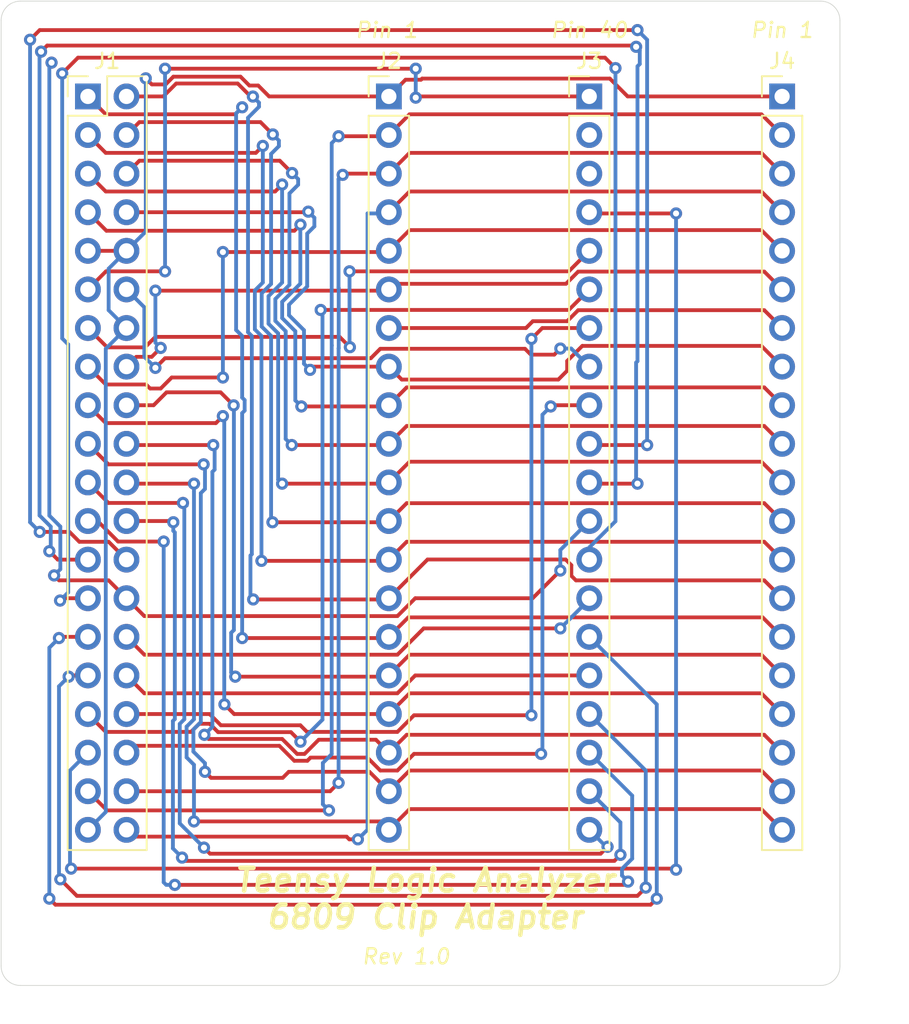
<source format=kicad_pcb>
(kicad_pcb (version 20171130) (host pcbnew "(5.1.12-1-10_14)")

  (general
    (thickness 1.6)
    (drawings 15)
    (tracks 584)
    (zones 0)
    (modules 4)
    (nets 41)
  )

  (page A)
  (title_block
    (title "TeensyLogicAnalyzer 6809 clip adapter")
    (date 2022-04-30)
    (rev 1.0)
    (company "Copyright (c) 2022 Jason R. Thorpe.  See LICENSE.")
  )

  (layers
    (0 F.Cu signal)
    (31 B.Cu signal)
    (32 B.Adhes user)
    (33 F.Adhes user)
    (34 B.Paste user)
    (35 F.Paste user)
    (36 B.SilkS user)
    (37 F.SilkS user)
    (38 B.Mask user)
    (39 F.Mask user)
    (40 Dwgs.User user)
    (41 Cmts.User user)
    (42 Eco1.User user)
    (43 Eco2.User user)
    (44 Edge.Cuts user)
    (45 Margin user)
    (46 B.CrtYd user)
    (47 F.CrtYd user)
    (48 B.Fab user)
    (49 F.Fab user)
  )

  (setup
    (last_trace_width 0.25)
    (trace_clearance 0.2)
    (zone_clearance 0.508)
    (zone_45_only no)
    (trace_min 0.2)
    (via_size 0.8)
    (via_drill 0.4)
    (via_min_size 0.4)
    (via_min_drill 0.3)
    (uvia_size 0.3)
    (uvia_drill 0.1)
    (uvias_allowed no)
    (uvia_min_size 0.2)
    (uvia_min_drill 0.1)
    (edge_width 0.05)
    (segment_width 0.2)
    (pcb_text_width 0.3)
    (pcb_text_size 1.5 1.5)
    (mod_edge_width 0.12)
    (mod_text_size 1 1)
    (mod_text_width 0.15)
    (pad_size 1.524 1.524)
    (pad_drill 0.762)
    (pad_to_mask_clearance 0)
    (aux_axis_origin 0 0)
    (visible_elements FFFFFF7F)
    (pcbplotparams
      (layerselection 0x010fc_ffffffff)
      (usegerberextensions false)
      (usegerberattributes true)
      (usegerberadvancedattributes true)
      (creategerberjobfile true)
      (excludeedgelayer true)
      (linewidth 0.100000)
      (plotframeref false)
      (viasonmask false)
      (mode 1)
      (useauxorigin false)
      (hpglpennumber 1)
      (hpglpenspeed 20)
      (hpglpendiameter 15.000000)
      (psnegative false)
      (psa4output false)
      (plotreference true)
      (plotvalue true)
      (plotinvisibletext false)
      (padsonsilk false)
      (subtractmaskfromsilk false)
      (outputformat 1)
      (mirror false)
      (drillshape 1)
      (scaleselection 1)
      (outputdirectory ""))
  )

  (net 0 "")
  (net 1 A7)
  (net 2 A6)
  (net 3 A5)
  (net 4 A4)
  (net 5 A3)
  (net 6 A2)
  (net 7 A1)
  (net 8 A0)
  (net 9 C10)
  (net 10 C11)
  (net 11 A9)
  (net 12 A8)
  (net 13 A11)
  (net 14 A10)
  (net 15 A13)
  (net 16 A12)
  (net 17 A15)
  (net 18 A14)
  (net 19 D1)
  (net 20 D0)
  (net 21 D3)
  (net 22 D2)
  (net 23 D5)
  (net 24 D4)
  (net 25 D7)
  (net 26 D6)
  (net 27 C1)
  (net 28 C0)
  (net 29 C3)
  (net 30 C2)
  (net 31 C5)
  (net 32 C4)
  (net 33 C6)
  (net 34 C12)
  (net 35 C8)
  (net 36 "Net-(J3-Pad3)")
  (net 37 C13)
  (net 38 C9)
  (net 39 "Net-(J2-Pad7)")
  (net 40 "Net-(J3-Pad2)")

  (net_class Default "This is the default net class."
    (clearance 0.2)
    (trace_width 0.25)
    (via_dia 0.8)
    (via_drill 0.4)
    (uvia_dia 0.3)
    (uvia_drill 0.1)
    (add_net A0)
    (add_net A1)
    (add_net A10)
    (add_net A11)
    (add_net A12)
    (add_net A13)
    (add_net A14)
    (add_net A15)
    (add_net A2)
    (add_net A3)
    (add_net A4)
    (add_net A5)
    (add_net A6)
    (add_net A7)
    (add_net A8)
    (add_net A9)
    (add_net C0)
    (add_net C1)
    (add_net C10)
    (add_net C11)
    (add_net C12)
    (add_net C13)
    (add_net C2)
    (add_net C3)
    (add_net C4)
    (add_net C5)
    (add_net C6)
    (add_net C8)
    (add_net C9)
    (add_net D0)
    (add_net D1)
    (add_net D2)
    (add_net D3)
    (add_net D4)
    (add_net D5)
    (add_net D6)
    (add_net D7)
    (add_net "Net-(J2-Pad7)")
    (add_net "Net-(J3-Pad2)")
    (add_net "Net-(J3-Pad3)")
  )

  (module Connector_PinHeader_2.54mm:PinHeader_2x20_P2.54mm_Vertical (layer F.Cu) (tedit 59FED5CC) (tstamp 626DB41E)
    (at 125.095 76.755001)
    (descr "Through hole straight pin header, 2x20, 2.54mm pitch, double rows")
    (tags "Through hole pin header THT 2x20 2.54mm double row")
    (path /62778E6D)
    (fp_text reference J1 (at 1.27 -2.33) (layer F.SilkS)
      (effects (font (size 1 1) (thickness 0.15)))
    )
    (fp_text value Conn_02x20 (at 1.27 50.59) (layer F.Fab) hide
      (effects (font (size 1 1) (thickness 0.15)))
    )
    (fp_line (start 0 -1.27) (end 3.81 -1.27) (layer F.Fab) (width 0.1))
    (fp_line (start 3.81 -1.27) (end 3.81 49.53) (layer F.Fab) (width 0.1))
    (fp_line (start 3.81 49.53) (end -1.27 49.53) (layer F.Fab) (width 0.1))
    (fp_line (start -1.27 49.53) (end -1.27 0) (layer F.Fab) (width 0.1))
    (fp_line (start -1.27 0) (end 0 -1.27) (layer F.Fab) (width 0.1))
    (fp_line (start -1.33 49.59) (end 3.87 49.59) (layer F.SilkS) (width 0.12))
    (fp_line (start -1.33 1.27) (end -1.33 49.59) (layer F.SilkS) (width 0.12))
    (fp_line (start 3.87 -1.33) (end 3.87 49.59) (layer F.SilkS) (width 0.12))
    (fp_line (start -1.33 1.27) (end 1.27 1.27) (layer F.SilkS) (width 0.12))
    (fp_line (start 1.27 1.27) (end 1.27 -1.33) (layer F.SilkS) (width 0.12))
    (fp_line (start 1.27 -1.33) (end 3.87 -1.33) (layer F.SilkS) (width 0.12))
    (fp_line (start -1.33 0) (end -1.33 -1.33) (layer F.SilkS) (width 0.12))
    (fp_line (start -1.33 -1.33) (end 0 -1.33) (layer F.SilkS) (width 0.12))
    (fp_line (start -1.8 -1.8) (end -1.8 50.05) (layer F.CrtYd) (width 0.05))
    (fp_line (start -1.8 50.05) (end 4.35 50.05) (layer F.CrtYd) (width 0.05))
    (fp_line (start 4.35 50.05) (end 4.35 -1.8) (layer F.CrtYd) (width 0.05))
    (fp_line (start 4.35 -1.8) (end -1.8 -1.8) (layer F.CrtYd) (width 0.05))
    (fp_text user %R (at 1.27 24.13 90) (layer F.Fab)
      (effects (font (size 1 1) (thickness 0.15)))
    )
    (pad 1 thru_hole rect (at 0 0) (size 1.7 1.7) (drill 1) (layers *.Cu *.Mask)
      (net 1 A7))
    (pad 2 thru_hole oval (at 2.54 0) (size 1.7 1.7) (drill 1) (layers *.Cu *.Mask)
      (net 2 A6))
    (pad 3 thru_hole oval (at 0 2.54) (size 1.7 1.7) (drill 1) (layers *.Cu *.Mask)
      (net 3 A5))
    (pad 4 thru_hole oval (at 2.54 2.54) (size 1.7 1.7) (drill 1) (layers *.Cu *.Mask)
      (net 4 A4))
    (pad 5 thru_hole oval (at 0 5.08) (size 1.7 1.7) (drill 1) (layers *.Cu *.Mask)
      (net 5 A3))
    (pad 6 thru_hole oval (at 2.54 5.08) (size 1.7 1.7) (drill 1) (layers *.Cu *.Mask)
      (net 6 A2))
    (pad 7 thru_hole oval (at 0 7.62) (size 1.7 1.7) (drill 1) (layers *.Cu *.Mask)
      (net 7 A1))
    (pad 8 thru_hole oval (at 2.54 7.62) (size 1.7 1.7) (drill 1) (layers *.Cu *.Mask)
      (net 8 A0))
    (pad 9 thru_hole oval (at 0 10.16) (size 1.7 1.7) (drill 1) (layers *.Cu *.Mask)
      (net 9 C10))
    (pad 10 thru_hole oval (at 2.54 10.16) (size 1.7 1.7) (drill 1) (layers *.Cu *.Mask)
      (net 9 C10))
    (pad 11 thru_hole oval (at 0 12.7) (size 1.7 1.7) (drill 1) (layers *.Cu *.Mask)
      (net 37 C13))
    (pad 12 thru_hole oval (at 2.54 12.7) (size 1.7 1.7) (drill 1) (layers *.Cu *.Mask)
      (net 34 C12))
    (pad 13 thru_hole oval (at 0 15.24) (size 1.7 1.7) (drill 1) (layers *.Cu *.Mask)
      (net 10 C11))
    (pad 14 thru_hole oval (at 2.54 15.24) (size 1.7 1.7) (drill 1) (layers *.Cu *.Mask)
      (net 9 C10))
    (pad 15 thru_hole oval (at 0 17.78) (size 1.7 1.7) (drill 1) (layers *.Cu *.Mask)
      (net 38 C9))
    (pad 16 thru_hole oval (at 2.54 17.78) (size 1.7 1.7) (drill 1) (layers *.Cu *.Mask)
      (net 35 C8))
    (pad 17 thru_hole oval (at 0 20.32) (size 1.7 1.7) (drill 1) (layers *.Cu *.Mask)
      (net 11 A9))
    (pad 18 thru_hole oval (at 2.54 20.32) (size 1.7 1.7) (drill 1) (layers *.Cu *.Mask)
      (net 12 A8))
    (pad 19 thru_hole oval (at 0 22.86) (size 1.7 1.7) (drill 1) (layers *.Cu *.Mask)
      (net 13 A11))
    (pad 20 thru_hole oval (at 2.54 22.86) (size 1.7 1.7) (drill 1) (layers *.Cu *.Mask)
      (net 14 A10))
    (pad 21 thru_hole oval (at 0 25.4) (size 1.7 1.7) (drill 1) (layers *.Cu *.Mask)
      (net 15 A13))
    (pad 22 thru_hole oval (at 2.54 25.4) (size 1.7 1.7) (drill 1) (layers *.Cu *.Mask)
      (net 16 A12))
    (pad 23 thru_hole oval (at 0 27.94) (size 1.7 1.7) (drill 1) (layers *.Cu *.Mask)
      (net 17 A15))
    (pad 24 thru_hole oval (at 2.54 27.94) (size 1.7 1.7) (drill 1) (layers *.Cu *.Mask)
      (net 18 A14))
    (pad 25 thru_hole oval (at 0 30.48) (size 1.7 1.7) (drill 1) (layers *.Cu *.Mask)
      (net 19 D1))
    (pad 26 thru_hole oval (at 2.54 30.48) (size 1.7 1.7) (drill 1) (layers *.Cu *.Mask)
      (net 20 D0))
    (pad 27 thru_hole oval (at 0 33.02) (size 1.7 1.7) (drill 1) (layers *.Cu *.Mask)
      (net 21 D3))
    (pad 28 thru_hole oval (at 2.54 33.02) (size 1.7 1.7) (drill 1) (layers *.Cu *.Mask)
      (net 22 D2))
    (pad 29 thru_hole oval (at 0 35.56) (size 1.7 1.7) (drill 1) (layers *.Cu *.Mask)
      (net 23 D5))
    (pad 30 thru_hole oval (at 2.54 35.56) (size 1.7 1.7) (drill 1) (layers *.Cu *.Mask)
      (net 24 D4))
    (pad 31 thru_hole oval (at 0 38.1) (size 1.7 1.7) (drill 1) (layers *.Cu *.Mask)
      (net 25 D7))
    (pad 32 thru_hole oval (at 2.54 38.1) (size 1.7 1.7) (drill 1) (layers *.Cu *.Mask)
      (net 26 D6))
    (pad 33 thru_hole oval (at 0 40.64) (size 1.7 1.7) (drill 1) (layers *.Cu *.Mask)
      (net 27 C1))
    (pad 34 thru_hole oval (at 2.54 40.64) (size 1.7 1.7) (drill 1) (layers *.Cu *.Mask)
      (net 28 C0))
    (pad 35 thru_hole oval (at 0 43.18) (size 1.7 1.7) (drill 1) (layers *.Cu *.Mask)
      (net 29 C3))
    (pad 36 thru_hole oval (at 2.54 43.18) (size 1.7 1.7) (drill 1) (layers *.Cu *.Mask)
      (net 30 C2))
    (pad 37 thru_hole oval (at 0 45.72) (size 1.7 1.7) (drill 1) (layers *.Cu *.Mask)
      (net 31 C5))
    (pad 38 thru_hole oval (at 2.54 45.72) (size 1.7 1.7) (drill 1) (layers *.Cu *.Mask)
      (net 32 C4))
    (pad 39 thru_hole oval (at 0 48.26) (size 1.7 1.7) (drill 1) (layers *.Cu *.Mask)
      (net 9 C10))
    (pad 40 thru_hole oval (at 2.54 48.26) (size 1.7 1.7) (drill 1) (layers *.Cu *.Mask)
      (net 33 C6))
    (model ${KISYS3DMOD}/Connector_PinHeader_2.54mm.3dshapes/PinHeader_2x20_P2.54mm_Vertical.wrl
      (at (xyz 0 0 0))
      (scale (xyz 1 1 1))
      (rotate (xyz 0 0 0))
    )
  )

  (module Connector_PinHeader_2.54mm:PinHeader_1x20_P2.54mm_Vertical (layer F.Cu) (tedit 59FED5CC) (tstamp 626DB446)
    (at 144.915001 76.755001)
    (descr "Through hole straight pin header, 1x20, 2.54mm pitch, single row")
    (tags "Through hole pin header THT 1x20 2.54mm single row")
    (path /6287A8D2)
    (fp_text reference J2 (at 0 -2.33) (layer F.SilkS)
      (effects (font (size 1 1) (thickness 0.15)))
    )
    (fp_text value Conn_01x20 (at 0 50.59) (layer F.Fab) hide
      (effects (font (size 1 1) (thickness 0.15)))
    )
    (fp_line (start -0.635 -1.27) (end 1.27 -1.27) (layer F.Fab) (width 0.1))
    (fp_line (start 1.27 -1.27) (end 1.27 49.53) (layer F.Fab) (width 0.1))
    (fp_line (start 1.27 49.53) (end -1.27 49.53) (layer F.Fab) (width 0.1))
    (fp_line (start -1.27 49.53) (end -1.27 -0.635) (layer F.Fab) (width 0.1))
    (fp_line (start -1.27 -0.635) (end -0.635 -1.27) (layer F.Fab) (width 0.1))
    (fp_line (start -1.33 49.59) (end 1.33 49.59) (layer F.SilkS) (width 0.12))
    (fp_line (start -1.33 1.27) (end -1.33 49.59) (layer F.SilkS) (width 0.12))
    (fp_line (start 1.33 1.27) (end 1.33 49.59) (layer F.SilkS) (width 0.12))
    (fp_line (start -1.33 1.27) (end 1.33 1.27) (layer F.SilkS) (width 0.12))
    (fp_line (start -1.33 0) (end -1.33 -1.33) (layer F.SilkS) (width 0.12))
    (fp_line (start -1.33 -1.33) (end 0 -1.33) (layer F.SilkS) (width 0.12))
    (fp_line (start -1.8 -1.8) (end -1.8 50.05) (layer F.CrtYd) (width 0.05))
    (fp_line (start -1.8 50.05) (end 1.8 50.05) (layer F.CrtYd) (width 0.05))
    (fp_line (start 1.8 50.05) (end 1.8 -1.8) (layer F.CrtYd) (width 0.05))
    (fp_line (start 1.8 -1.8) (end -1.8 -1.8) (layer F.CrtYd) (width 0.05))
    (fp_text user %R (at 0 24.13 90) (layer F.Fab)
      (effects (font (size 1 1) (thickness 0.15)))
    )
    (pad 1 thru_hole rect (at 0 0) (size 1.7 1.7) (drill 1) (layers *.Cu *.Mask)
      (net 9 C10))
    (pad 2 thru_hole oval (at 0 2.54) (size 1.7 1.7) (drill 1) (layers *.Cu *.Mask)
      (net 31 C5))
    (pad 3 thru_hole oval (at 0 5.08) (size 1.7 1.7) (drill 1) (layers *.Cu *.Mask)
      (net 32 C4))
    (pad 4 thru_hole oval (at 0 7.62) (size 1.7 1.7) (drill 1) (layers *.Cu *.Mask)
      (net 33 C6))
    (pad 5 thru_hole oval (at 0 10.16) (size 1.7 1.7) (drill 1) (layers *.Cu *.Mask)
      (net 38 C9))
    (pad 6 thru_hole oval (at 0 12.7) (size 1.7 1.7) (drill 1) (layers *.Cu *.Mask)
      (net 35 C8))
    (pad 7 thru_hole oval (at 0 15.24) (size 1.7 1.7) (drill 1) (layers *.Cu *.Mask)
      (net 39 "Net-(J2-Pad7)"))
    (pad 8 thru_hole oval (at 0 17.78) (size 1.7 1.7) (drill 1) (layers *.Cu *.Mask)
      (net 8 A0))
    (pad 9 thru_hole oval (at 0 20.32) (size 1.7 1.7) (drill 1) (layers *.Cu *.Mask)
      (net 7 A1))
    (pad 10 thru_hole oval (at 0 22.86) (size 1.7 1.7) (drill 1) (layers *.Cu *.Mask)
      (net 6 A2))
    (pad 11 thru_hole oval (at 0 25.4) (size 1.7 1.7) (drill 1) (layers *.Cu *.Mask)
      (net 5 A3))
    (pad 12 thru_hole oval (at 0 27.94) (size 1.7 1.7) (drill 1) (layers *.Cu *.Mask)
      (net 4 A4))
    (pad 13 thru_hole oval (at 0 30.48) (size 1.7 1.7) (drill 1) (layers *.Cu *.Mask)
      (net 3 A5))
    (pad 14 thru_hole oval (at 0 33.02) (size 1.7 1.7) (drill 1) (layers *.Cu *.Mask)
      (net 2 A6))
    (pad 15 thru_hole oval (at 0 35.56) (size 1.7 1.7) (drill 1) (layers *.Cu *.Mask)
      (net 1 A7))
    (pad 16 thru_hole oval (at 0 38.1) (size 1.7 1.7) (drill 1) (layers *.Cu *.Mask)
      (net 12 A8))
    (pad 17 thru_hole oval (at 0 40.64) (size 1.7 1.7) (drill 1) (layers *.Cu *.Mask)
      (net 11 A9))
    (pad 18 thru_hole oval (at 0 43.18) (size 1.7 1.7) (drill 1) (layers *.Cu *.Mask)
      (net 14 A10))
    (pad 19 thru_hole oval (at 0 45.72) (size 1.7 1.7) (drill 1) (layers *.Cu *.Mask)
      (net 13 A11))
    (pad 20 thru_hole oval (at 0 48.26) (size 1.7 1.7) (drill 1) (layers *.Cu *.Mask)
      (net 16 A12))
    (model ${KISYS3DMOD}/Connector_PinHeader_2.54mm.3dshapes/PinHeader_1x20_P2.54mm_Vertical.wrl
      (at (xyz 0 0 0))
      (scale (xyz 1 1 1))
      (rotate (xyz 0 0 0))
    )
  )

  (module Connector_PinHeader_2.54mm:PinHeader_1x20_P2.54mm_Vertical (layer F.Cu) (tedit 59FED5CC) (tstamp 626DBF41)
    (at 158.115 76.755001)
    (descr "Through hole straight pin header, 1x20, 2.54mm pitch, single row")
    (tags "Through hole pin header THT 1x20 2.54mm single row")
    (path /62883555)
    (fp_text reference J3 (at 0 -2.33) (layer F.SilkS)
      (effects (font (size 1 1) (thickness 0.15)))
    )
    (fp_text value Conn_01x20 (at 0 50.59) (layer F.Fab) hide
      (effects (font (size 1 1) (thickness 0.15)))
    )
    (fp_line (start -0.635 -1.27) (end 1.27 -1.27) (layer F.Fab) (width 0.1))
    (fp_line (start 1.27 -1.27) (end 1.27 49.53) (layer F.Fab) (width 0.1))
    (fp_line (start 1.27 49.53) (end -1.27 49.53) (layer F.Fab) (width 0.1))
    (fp_line (start -1.27 49.53) (end -1.27 -0.635) (layer F.Fab) (width 0.1))
    (fp_line (start -1.27 -0.635) (end -0.635 -1.27) (layer F.Fab) (width 0.1))
    (fp_line (start -1.33 49.59) (end 1.33 49.59) (layer F.SilkS) (width 0.12))
    (fp_line (start -1.33 1.27) (end -1.33 49.59) (layer F.SilkS) (width 0.12))
    (fp_line (start 1.33 1.27) (end 1.33 49.59) (layer F.SilkS) (width 0.12))
    (fp_line (start -1.33 1.27) (end 1.33 1.27) (layer F.SilkS) (width 0.12))
    (fp_line (start -1.33 0) (end -1.33 -1.33) (layer F.SilkS) (width 0.12))
    (fp_line (start -1.33 -1.33) (end 0 -1.33) (layer F.SilkS) (width 0.12))
    (fp_line (start -1.8 -1.8) (end -1.8 50.05) (layer F.CrtYd) (width 0.05))
    (fp_line (start -1.8 50.05) (end 1.8 50.05) (layer F.CrtYd) (width 0.05))
    (fp_line (start 1.8 50.05) (end 1.8 -1.8) (layer F.CrtYd) (width 0.05))
    (fp_line (start 1.8 -1.8) (end -1.8 -1.8) (layer F.CrtYd) (width 0.05))
    (fp_text user %R (at 0 24.13 90) (layer F.Fab)
      (effects (font (size 1 1) (thickness 0.15)))
    )
    (pad 1 thru_hole rect (at 0 0) (size 1.7 1.7) (drill 1) (layers *.Cu *.Mask)
      (net 37 C13))
    (pad 2 thru_hole oval (at 0 2.54) (size 1.7 1.7) (drill 1) (layers *.Cu *.Mask)
      (net 40 "Net-(J3-Pad2)"))
    (pad 3 thru_hole oval (at 0 5.08) (size 1.7 1.7) (drill 1) (layers *.Cu *.Mask)
      (net 36 "Net-(J3-Pad3)"))
    (pad 4 thru_hole oval (at 0 7.62) (size 1.7 1.7) (drill 1) (layers *.Cu *.Mask)
      (net 29 C3))
    (pad 5 thru_hole oval (at 0 10.16) (size 1.7 1.7) (drill 1) (layers *.Cu *.Mask)
      (net 10 C11))
    (pad 6 thru_hole oval (at 0 12.7) (size 1.7 1.7) (drill 1) (layers *.Cu *.Mask)
      (net 27 C1))
    (pad 7 thru_hole oval (at 0 15.24) (size 1.7 1.7) (drill 1) (layers *.Cu *.Mask)
      (net 28 C0))
    (pad 8 thru_hole oval (at 0 17.78) (size 1.7 1.7) (drill 1) (layers *.Cu *.Mask)
      (net 34 C12))
    (pad 9 thru_hole oval (at 0 20.32) (size 1.7 1.7) (drill 1) (layers *.Cu *.Mask)
      (net 30 C2))
    (pad 10 thru_hole oval (at 0 22.86) (size 1.7 1.7) (drill 1) (layers *.Cu *.Mask)
      (net 20 D0))
    (pad 11 thru_hole oval (at 0 25.4) (size 1.7 1.7) (drill 1) (layers *.Cu *.Mask)
      (net 19 D1))
    (pad 12 thru_hole oval (at 0 27.94) (size 1.7 1.7) (drill 1) (layers *.Cu *.Mask)
      (net 22 D2))
    (pad 13 thru_hole oval (at 0 30.48) (size 1.7 1.7) (drill 1) (layers *.Cu *.Mask)
      (net 21 D3))
    (pad 14 thru_hole oval (at 0 33.02) (size 1.7 1.7) (drill 1) (layers *.Cu *.Mask)
      (net 24 D4))
    (pad 15 thru_hole oval (at 0 35.56) (size 1.7 1.7) (drill 1) (layers *.Cu *.Mask)
      (net 23 D5))
    (pad 16 thru_hole oval (at 0 38.1) (size 1.7 1.7) (drill 1) (layers *.Cu *.Mask)
      (net 26 D6))
    (pad 17 thru_hole oval (at 0 40.64) (size 1.7 1.7) (drill 1) (layers *.Cu *.Mask)
      (net 25 D7))
    (pad 18 thru_hole oval (at 0 43.18) (size 1.7 1.7) (drill 1) (layers *.Cu *.Mask)
      (net 17 A15))
    (pad 19 thru_hole oval (at 0 45.72) (size 1.7 1.7) (drill 1) (layers *.Cu *.Mask)
      (net 18 A14))
    (pad 20 thru_hole oval (at 0 48.26) (size 1.7 1.7) (drill 1) (layers *.Cu *.Mask)
      (net 15 A13))
    (model ${KISYS3DMOD}/Connector_PinHeader_2.54mm.3dshapes/PinHeader_1x20_P2.54mm_Vertical.wrl
      (at (xyz 0 0 0))
      (scale (xyz 1 1 1))
      (rotate (xyz 0 0 0))
    )
  )

  (module Connector_PinHeader_2.54mm:PinHeader_1x20_P2.54mm_Vertical (layer F.Cu) (tedit 59FED5CC) (tstamp 626DB496)
    (at 170.815 76.755001)
    (descr "Through hole straight pin header, 1x20, 2.54mm pitch, single row")
    (tags "Through hole pin header THT 1x20 2.54mm single row")
    (path /6288332E)
    (fp_text reference J4 (at 0 -2.33) (layer F.SilkS)
      (effects (font (size 1 1) (thickness 0.15)))
    )
    (fp_text value Conn_01x20 (at 0 50.59) (layer F.Fab) hide
      (effects (font (size 1 1) (thickness 0.15)))
    )
    (fp_line (start 1.8 -1.8) (end -1.8 -1.8) (layer F.CrtYd) (width 0.05))
    (fp_line (start 1.8 50.05) (end 1.8 -1.8) (layer F.CrtYd) (width 0.05))
    (fp_line (start -1.8 50.05) (end 1.8 50.05) (layer F.CrtYd) (width 0.05))
    (fp_line (start -1.8 -1.8) (end -1.8 50.05) (layer F.CrtYd) (width 0.05))
    (fp_line (start -1.33 -1.33) (end 0 -1.33) (layer F.SilkS) (width 0.12))
    (fp_line (start -1.33 0) (end -1.33 -1.33) (layer F.SilkS) (width 0.12))
    (fp_line (start -1.33 1.27) (end 1.33 1.27) (layer F.SilkS) (width 0.12))
    (fp_line (start 1.33 1.27) (end 1.33 49.59) (layer F.SilkS) (width 0.12))
    (fp_line (start -1.33 1.27) (end -1.33 49.59) (layer F.SilkS) (width 0.12))
    (fp_line (start -1.33 49.59) (end 1.33 49.59) (layer F.SilkS) (width 0.12))
    (fp_line (start -1.27 -0.635) (end -0.635 -1.27) (layer F.Fab) (width 0.1))
    (fp_line (start -1.27 49.53) (end -1.27 -0.635) (layer F.Fab) (width 0.1))
    (fp_line (start 1.27 49.53) (end -1.27 49.53) (layer F.Fab) (width 0.1))
    (fp_line (start 1.27 -1.27) (end 1.27 49.53) (layer F.Fab) (width 0.1))
    (fp_line (start -0.635 -1.27) (end 1.27 -1.27) (layer F.Fab) (width 0.1))
    (fp_text user %R (at 0 24.13 90) (layer F.Fab)
      (effects (font (size 1 1) (thickness 0.15)))
    )
    (pad 20 thru_hole oval (at 0 48.26) (size 1.7 1.7) (drill 1) (layers *.Cu *.Mask)
      (net 16 A12))
    (pad 19 thru_hole oval (at 0 45.72) (size 1.7 1.7) (drill 1) (layers *.Cu *.Mask)
      (net 13 A11))
    (pad 18 thru_hole oval (at 0 43.18) (size 1.7 1.7) (drill 1) (layers *.Cu *.Mask)
      (net 14 A10))
    (pad 17 thru_hole oval (at 0 40.64) (size 1.7 1.7) (drill 1) (layers *.Cu *.Mask)
      (net 11 A9))
    (pad 16 thru_hole oval (at 0 38.1) (size 1.7 1.7) (drill 1) (layers *.Cu *.Mask)
      (net 12 A8))
    (pad 15 thru_hole oval (at 0 35.56) (size 1.7 1.7) (drill 1) (layers *.Cu *.Mask)
      (net 1 A7))
    (pad 14 thru_hole oval (at 0 33.02) (size 1.7 1.7) (drill 1) (layers *.Cu *.Mask)
      (net 2 A6))
    (pad 13 thru_hole oval (at 0 30.48) (size 1.7 1.7) (drill 1) (layers *.Cu *.Mask)
      (net 3 A5))
    (pad 12 thru_hole oval (at 0 27.94) (size 1.7 1.7) (drill 1) (layers *.Cu *.Mask)
      (net 4 A4))
    (pad 11 thru_hole oval (at 0 25.4) (size 1.7 1.7) (drill 1) (layers *.Cu *.Mask)
      (net 5 A3))
    (pad 10 thru_hole oval (at 0 22.86) (size 1.7 1.7) (drill 1) (layers *.Cu *.Mask)
      (net 6 A2))
    (pad 9 thru_hole oval (at 0 20.32) (size 1.7 1.7) (drill 1) (layers *.Cu *.Mask)
      (net 7 A1))
    (pad 8 thru_hole oval (at 0 17.78) (size 1.7 1.7) (drill 1) (layers *.Cu *.Mask)
      (net 8 A0))
    (pad 7 thru_hole oval (at 0 15.24) (size 1.7 1.7) (drill 1) (layers *.Cu *.Mask)
      (net 39 "Net-(J2-Pad7)"))
    (pad 6 thru_hole oval (at 0 12.7) (size 1.7 1.7) (drill 1) (layers *.Cu *.Mask)
      (net 35 C8))
    (pad 5 thru_hole oval (at 0 10.16) (size 1.7 1.7) (drill 1) (layers *.Cu *.Mask)
      (net 38 C9))
    (pad 4 thru_hole oval (at 0 7.62) (size 1.7 1.7) (drill 1) (layers *.Cu *.Mask)
      (net 33 C6))
    (pad 3 thru_hole oval (at 0 5.08) (size 1.7 1.7) (drill 1) (layers *.Cu *.Mask)
      (net 32 C4))
    (pad 2 thru_hole oval (at 0 2.54) (size 1.7 1.7) (drill 1) (layers *.Cu *.Mask)
      (net 31 C5))
    (pad 1 thru_hole rect (at 0 0) (size 1.7 1.7) (drill 1) (layers *.Cu *.Mask)
      (net 9 C10))
    (model ${KISYS3DMOD}/Connector_PinHeader_2.54mm.3dshapes/PinHeader_1x20_P2.54mm_Vertical.wrl
      (at (xyz 0 0 0))
      (scale (xyz 1 1 1))
      (rotate (xyz 0 0 0))
    )
  )

  (gr_text "Rev 1.0" (at 146.05 133.35) (layer F.SilkS) (tstamp 626DD411)
    (effects (font (size 1 1) (thickness 0.15) italic))
  )
  (dimension 64.77 (width 0.15) (layer Dwgs.User)
    (gr_text "64.770 mm" (at 177.83 102.87 90) (layer Dwgs.User)
      (effects (font (size 1 1) (thickness 0.15)))
    )
    (feature1 (pts (xy 174.625 70.485) (xy 177.116421 70.485)))
    (feature2 (pts (xy 174.625 135.255) (xy 177.116421 135.255)))
    (crossbar (pts (xy 176.53 135.255) (xy 176.53 70.485)))
    (arrow1a (pts (xy 176.53 70.485) (xy 177.116421 71.611504)))
    (arrow1b (pts (xy 176.53 70.485) (xy 175.943579 71.611504)))
    (arrow2a (pts (xy 176.53 135.255) (xy 177.116421 134.128496)))
    (arrow2b (pts (xy 176.53 135.255) (xy 175.943579 134.128496)))
  )
  (dimension 55.245 (width 0.15) (layer Dwgs.User)
    (gr_text "55.245 mm" (at 147.0025 138.46) (layer Dwgs.User)
      (effects (font (size 1 1) (thickness 0.15)))
    )
    (feature1 (pts (xy 174.625 135.255) (xy 174.625 137.746421)))
    (feature2 (pts (xy 119.38 135.255) (xy 119.38 137.746421)))
    (crossbar (pts (xy 119.38 137.16) (xy 174.625 137.16)))
    (arrow1a (pts (xy 174.625 137.16) (xy 173.498496 137.746421)))
    (arrow1b (pts (xy 174.625 137.16) (xy 173.498496 136.573579)))
    (arrow2a (pts (xy 119.38 137.16) (xy 120.506504 137.746421)))
    (arrow2b (pts (xy 119.38 137.16) (xy 120.506504 136.573579)))
  )
  (gr_arc (start 120.65 71.755) (end 120.65 70.485) (angle -90) (layer Edge.Cuts) (width 0.05))
  (gr_arc (start 120.65 133.985) (end 119.38 133.985) (angle -90) (layer Edge.Cuts) (width 0.05))
  (gr_arc (start 173.355 133.985) (end 173.355 135.255) (angle -90) (layer Edge.Cuts) (width 0.05))
  (gr_arc (start 173.355 71.755) (end 174.625 71.755) (angle -90) (layer Edge.Cuts) (width 0.05))
  (gr_line (start 119.38 133.985) (end 119.38 71.755) (layer Edge.Cuts) (width 0.05) (tstamp 626DC885))
  (gr_line (start 173.355 135.255) (end 120.65 135.255) (layer Edge.Cuts) (width 0.05))
  (gr_line (start 174.625 71.755) (end 174.625 133.985) (layer Edge.Cuts) (width 0.05))
  (gr_line (start 120.65 70.485) (end 173.355 70.485) (layer Edge.Cuts) (width 0.05))
  (gr_text "Teensy Logic Analyzer\n6809 Clip Adapter" (at 147.32 129.54) (layer F.SilkS)
    (effects (font (size 1.5 1.5) (thickness 0.3) italic))
  )
  (gr_text "Pin 40" (at 158.115 72.39) (layer F.SilkS) (tstamp 626DBBB8)
    (effects (font (size 1 1) (thickness 0.15) italic))
  )
  (gr_text "Pin 1" (at 170.815 72.39) (layer F.SilkS) (tstamp 626DBBB6)
    (effects (font (size 1 1) (thickness 0.15) italic))
  )
  (gr_text "Pin 1" (at 144.78 72.39) (layer F.SilkS)
    (effects (font (size 1 1) (thickness 0.15) italic))
  )

  (via (at 135.255 77.47) (size 0.8) (drill 0.4) (layers F.Cu B.Cu) (net 1))
  (segment (start 126.270001 77.930002) (end 125.095 76.755001) (width 0.25) (layer F.Cu) (net 1) (status 20))
  (segment (start 134.794998 77.930002) (end 126.270001 77.930002) (width 0.25) (layer F.Cu) (net 1))
  (segment (start 135.255 77.47) (end 134.794998 77.930002) (width 0.25) (layer F.Cu) (net 1))
  (via (at 135.255 112.395) (size 0.8) (drill 0.4) (layers F.Cu B.Cu) (net 1))
  (segment (start 135.417117 96.734883) (end 135.417117 97.430887) (width 0.25) (layer B.Cu) (net 1))
  (segment (start 135.255 77.47) (end 134.855001 77.869999) (width 0.25) (layer B.Cu) (net 1))
  (segment (start 135.255 97.593004) (end 135.255 112.395) (width 0.25) (layer B.Cu) (net 1))
  (segment (start 134.855001 92.122882) (end 135.255 92.522881) (width 0.25) (layer B.Cu) (net 1))
  (segment (start 135.255 92.522881) (end 135.255 96.572766) (width 0.25) (layer B.Cu) (net 1))
  (segment (start 135.417117 97.430887) (end 135.255 97.593004) (width 0.25) (layer B.Cu) (net 1))
  (segment (start 134.855001 77.869999) (end 134.855001 92.122882) (width 0.25) (layer B.Cu) (net 1))
  (segment (start 135.255 96.572766) (end 135.417117 96.734883) (width 0.25) (layer B.Cu) (net 1))
  (segment (start 144.835002 112.395) (end 144.915001 112.315001) (width 0.25) (layer F.Cu) (net 1) (status 30))
  (segment (start 135.255 112.395) (end 144.835002 112.395) (width 0.25) (layer F.Cu) (net 1) (status 20))
  (segment (start 169.534997 111.034998) (end 170.815 112.315001) (width 0.25) (layer F.Cu) (net 1) (status 20))
  (segment (start 144.915001 112.315001) (end 146.195004 111.034998) (width 0.25) (layer F.Cu) (net 1) (status 10))
  (segment (start 146.195004 111.034998) (end 169.534997 111.034998) (width 0.25) (layer F.Cu) (net 1))
  (via (at 135.962115 76.762885) (size 0.8) (drill 0.4) (layers F.Cu B.Cu) (net 2))
  (via (at 135.98001 109.855) (size 0.8) (drill 0.4) (layers F.Cu B.Cu) (net 2))
  (segment (start 135.962115 76.762885) (end 136.362114 77.162884) (width 0.25) (layer B.Cu) (net 2))
  (segment (start 135.639932 78.158072) (end 135.639932 92.271402) (width 0.25) (layer B.Cu) (net 2))
  (segment (start 136.362114 77.43589) (end 135.639932 78.158072) (width 0.25) (layer B.Cu) (net 2))
  (segment (start 136.362114 77.162884) (end 136.362114 77.43589) (width 0.25) (layer B.Cu) (net 2))
  (segment (start 135.799999 109.674989) (end 135.98001 109.855) (width 0.25) (layer B.Cu) (net 2))
  (segment (start 135.89 92.52147) (end 135.89 106.876998) (width 0.25) (layer B.Cu) (net 2))
  (segment (start 135.639932 92.271402) (end 135.89 92.52147) (width 0.25) (layer B.Cu) (net 2))
  (segment (start 135.799999 106.966999) (end 135.799999 109.674989) (width 0.25) (layer B.Cu) (net 2))
  (segment (start 135.89 106.876998) (end 135.799999 106.966999) (width 0.25) (layer B.Cu) (net 2))
  (segment (start 144.835002 109.855) (end 144.915001 109.775001) (width 0.25) (layer F.Cu) (net 2) (status 30))
  (segment (start 135.98001 109.855) (end 144.835002 109.855) (width 0.25) (layer F.Cu) (net 2) (status 20))
  (segment (start 127.635 76.755001) (end 130.059414 76.755001) (width 0.25) (layer F.Cu) (net 2) (status 10))
  (segment (start 130.059414 76.755001) (end 130.909412 75.905003) (width 0.25) (layer F.Cu) (net 2))
  (segment (start 130.909412 75.905003) (end 134.960003 75.905003) (width 0.25) (layer F.Cu) (net 2))
  (segment (start 134.960003 75.905003) (end 135.817885 76.762885) (width 0.25) (layer F.Cu) (net 2))
  (segment (start 135.817885 76.762885) (end 135.962115 76.762885) (width 0.25) (layer F.Cu) (net 2))
  (segment (start 157.237 108.6) (end 169.639999 108.6) (width 0.25) (layer F.Cu) (net 2))
  (segment (start 169.639999 108.6) (end 170.815 109.775001) (width 0.25) (layer F.Cu) (net 2) (status 20))
  (segment (start 156.935002 108.298002) (end 157.237 108.6) (width 0.25) (layer F.Cu) (net 2))
  (segment (start 144.915001 109.775001) (end 147.465004 107.224998) (width 0.25) (layer F.Cu) (net 2) (status 10))
  (segment (start 147.465004 107.224998) (end 156.558002 107.224998) (width 0.25) (layer F.Cu) (net 2))
  (segment (start 156.558002 107.224998) (end 156.935002 107.601998) (width 0.25) (layer F.Cu) (net 2))
  (segment (start 156.935002 107.601998) (end 156.935002 108.298002) (width 0.25) (layer F.Cu) (net 2))
  (segment (start 126.270001 80.470002) (end 136.155008 80.470002) (width 0.25) (layer F.Cu) (net 3))
  (via (at 136.61501 80.01) (size 0.8) (drill 0.4) (layers F.Cu B.Cu) (net 3))
  (segment (start 136.155008 80.470002) (end 136.61501 80.01) (width 0.25) (layer F.Cu) (net 3))
  (segment (start 125.095 79.295001) (end 126.270001 80.470002) (width 0.25) (layer F.Cu) (net 3) (status 10))
  (segment (start 169.639999 106.06) (end 170.815 107.235001) (width 0.25) (layer F.Cu) (net 3) (status 20))
  (segment (start 146.090002 106.06) (end 169.639999 106.06) (width 0.25) (layer F.Cu) (net 3))
  (segment (start 144.915001 107.235001) (end 146.090002 106.06) (width 0.25) (layer F.Cu) (net 3) (status 10))
  (via (at 136.525 107.315) (size 0.8) (drill 0.4) (layers F.Cu B.Cu) (net 3))
  (segment (start 136.089943 89.524998) (end 136.089943 92.085002) (width 0.25) (layer B.Cu) (net 3))
  (segment (start 136.089943 92.085002) (end 136.525 92.520058) (width 0.25) (layer B.Cu) (net 3))
  (segment (start 136.61501 80.01) (end 136.61501 88.999932) (width 0.25) (layer B.Cu) (net 3))
  (segment (start 136.525 92.520058) (end 136.525 107.315) (width 0.25) (layer B.Cu) (net 3))
  (segment (start 136.61501 88.999932) (end 136.089943 89.524998) (width 0.25) (layer B.Cu) (net 3))
  (segment (start 144.835002 107.315) (end 144.915001 107.235001) (width 0.25) (layer F.Cu) (net 3) (status 30))
  (segment (start 136.525 107.315) (end 144.835002 107.315) (width 0.25) (layer F.Cu) (net 3) (status 20))
  (via (at 137.272544 79.256559) (size 0.8) (drill 0.4) (layers F.Cu B.Cu) (net 4))
  (segment (start 136.460987 78.445002) (end 137.272544 79.256559) (width 0.25) (layer F.Cu) (net 4))
  (segment (start 127.635 79.295001) (end 128.484999 78.445002) (width 0.25) (layer F.Cu) (net 4) (status 10))
  (segment (start 128.484999 78.445002) (end 136.460987 78.445002) (width 0.25) (layer F.Cu) (net 4))
  (segment (start 169.639999 103.52) (end 170.815 104.695001) (width 0.25) (layer F.Cu) (net 4) (status 20))
  (segment (start 146.090002 103.52) (end 169.639999 103.52) (width 0.25) (layer F.Cu) (net 4))
  (segment (start 144.915001 104.695001) (end 146.090002 103.52) (width 0.25) (layer F.Cu) (net 4) (status 10))
  (via (at 137.25001 104.775) (size 0.8) (drill 0.4) (layers F.Cu B.Cu) (net 4))
  (segment (start 137.272544 79.256559) (end 137.672543 79.656558) (width 0.25) (layer B.Cu) (net 4))
  (segment (start 137.672543 79.656558) (end 137.672543 80.025471) (width 0.25) (layer B.Cu) (net 4))
  (segment (start 137.672543 80.025471) (end 137.16 80.538014) (width 0.25) (layer B.Cu) (net 4))
  (segment (start 137.16 80.538014) (end 137.16 89.091353) (width 0.25) (layer B.Cu) (net 4))
  (segment (start 137.16 104.68499) (end 137.25001 104.775) (width 0.25) (layer B.Cu) (net 4))
  (segment (start 136.539954 89.711398) (end 136.539954 91.898602) (width 0.25) (layer B.Cu) (net 4))
  (segment (start 137.16 92.518648) (end 137.16 104.68499) (width 0.25) (layer B.Cu) (net 4))
  (segment (start 137.16 89.091353) (end 136.539954 89.711398) (width 0.25) (layer B.Cu) (net 4))
  (segment (start 136.539954 91.898602) (end 137.16 92.518648) (width 0.25) (layer B.Cu) (net 4))
  (segment (start 144.835002 104.775) (end 144.915001 104.695001) (width 0.25) (layer F.Cu) (net 4) (status 30))
  (segment (start 137.25001 104.775) (end 144.835002 104.775) (width 0.25) (layer F.Cu) (net 4) (status 20))
  (via (at 137.88501 82.55) (size 0.8) (drill 0.4) (layers F.Cu B.Cu) (net 5))
  (segment (start 126.270001 83.010002) (end 137.425008 83.010002) (width 0.25) (layer F.Cu) (net 5))
  (segment (start 137.425008 83.010002) (end 137.88501 82.55) (width 0.25) (layer F.Cu) (net 5))
  (segment (start 125.095 81.835001) (end 126.270001 83.010002) (width 0.25) (layer F.Cu) (net 5) (status 10))
  (segment (start 146.28 100.790002) (end 169.450001 100.790002) (width 0.25) (layer F.Cu) (net 5))
  (segment (start 169.450001 100.790002) (end 170.815 102.155001) (width 0.25) (layer F.Cu) (net 5) (status 20))
  (segment (start 144.915001 102.155001) (end 146.28 100.790002) (width 0.25) (layer F.Cu) (net 5) (status 10))
  (via (at 137.88501 102.235) (size 0.8) (drill 0.4) (layers F.Cu B.Cu) (net 5))
  (segment (start 137.88501 82.55) (end 137.88501 89.002754) (width 0.25) (layer B.Cu) (net 5))
  (segment (start 136.989965 91.712202) (end 137.624965 92.347201) (width 0.25) (layer B.Cu) (net 5))
  (segment (start 136.989965 89.897798) (end 136.989965 91.712202) (width 0.25) (layer B.Cu) (net 5))
  (segment (start 137.624965 92.347201) (end 137.624965 101.974955) (width 0.25) (layer B.Cu) (net 5))
  (segment (start 137.88501 89.002754) (end 136.989965 89.897798) (width 0.25) (layer B.Cu) (net 5))
  (segment (start 137.624965 101.974955) (end 137.88501 102.235) (width 0.25) (layer B.Cu) (net 5))
  (segment (start 144.835002 102.235) (end 144.915001 102.155001) (width 0.25) (layer F.Cu) (net 5) (status 30))
  (segment (start 137.88501 102.235) (end 144.835002 102.235) (width 0.25) (layer F.Cu) (net 5) (status 20))
  (via (at 138.542544 81.796559) (size 0.8) (drill 0.4) (layers F.Cu B.Cu) (net 6))
  (segment (start 127.635 81.835001) (end 128.484999 80.985002) (width 0.25) (layer F.Cu) (net 6) (status 10))
  (segment (start 128.484999 80.985002) (end 137.730987 80.985002) (width 0.25) (layer F.Cu) (net 6))
  (segment (start 137.730987 80.985002) (end 138.542544 81.796559) (width 0.25) (layer F.Cu) (net 6))
  (segment (start 146.090002 98.44) (end 169.639999 98.44) (width 0.25) (layer F.Cu) (net 6))
  (segment (start 169.639999 98.44) (end 170.815 99.615001) (width 0.25) (layer F.Cu) (net 6) (status 20))
  (segment (start 144.915001 99.615001) (end 146.090002 98.44) (width 0.25) (layer F.Cu) (net 6) (status 10))
  (segment (start 138.542544 81.796559) (end 138.942543 82.196558) (width 0.25) (layer B.Cu) (net 6))
  (segment (start 138.368053 83.139961) (end 138.368053 89.156121) (width 0.25) (layer B.Cu) (net 6))
  (segment (start 137.439976 90.084198) (end 137.439976 91.525802) (width 0.25) (layer B.Cu) (net 6))
  (via (at 138.52001 99.695002) (size 0.8) (drill 0.4) (layers F.Cu B.Cu) (net 6))
  (segment (start 138.368053 89.156121) (end 137.439976 90.084198) (width 0.25) (layer B.Cu) (net 6))
  (segment (start 138.942543 82.196558) (end 138.942543 82.565471) (width 0.25) (layer B.Cu) (net 6))
  (segment (start 137.439976 91.525802) (end 138.120011 92.205837) (width 0.25) (layer B.Cu) (net 6))
  (segment (start 138.942543 82.565471) (end 138.368053 83.139961) (width 0.25) (layer B.Cu) (net 6))
  (segment (start 138.120011 92.205837) (end 138.120011 99.295003) (width 0.25) (layer B.Cu) (net 6))
  (segment (start 138.120011 99.295003) (end 138.52001 99.695002) (width 0.25) (layer B.Cu) (net 6))
  (segment (start 144.835 99.695002) (end 144.915001 99.615001) (width 0.25) (layer F.Cu) (net 6) (status 30))
  (segment (start 138.52001 99.695002) (end 144.835 99.695002) (width 0.25) (layer F.Cu) (net 6) (status 20))
  (via (at 139.093055 85.192597) (size 0.8) (drill 0.4) (layers F.Cu B.Cu) (net 7))
  (segment (start 138.693056 85.592596) (end 139.093055 85.192597) (width 0.25) (layer F.Cu) (net 7))
  (segment (start 126.312595 85.592596) (end 138.693056 85.592596) (width 0.25) (layer F.Cu) (net 7))
  (segment (start 125.095 84.375001) (end 126.312595 85.592596) (width 0.25) (layer F.Cu) (net 7) (status 10))
  (segment (start 146.090002 95.9) (end 169.639999 95.9) (width 0.25) (layer F.Cu) (net 7))
  (segment (start 169.639999 95.9) (end 170.815 97.075001) (width 0.25) (layer F.Cu) (net 7) (status 20))
  (segment (start 144.915001 97.075001) (end 146.090002 95.9) (width 0.25) (layer F.Cu) (net 7) (status 10))
  (via (at 139.15501 97.155) (size 0.8) (drill 0.4) (layers F.Cu B.Cu) (net 7))
  (segment (start 144.835002 97.155) (end 144.915001 97.075001) (width 0.25) (layer F.Cu) (net 7) (status 30))
  (segment (start 139.15501 97.155) (end 144.835002 97.155) (width 0.25) (layer F.Cu) (net 7) (status 20))
  (segment (start 139.086718 89.073867) (end 137.889987 90.270598) (width 0.25) (layer B.Cu) (net 7))
  (segment (start 139.093055 85.192597) (end 139.086718 85.198934) (width 0.25) (layer B.Cu) (net 7))
  (segment (start 139.086718 85.198934) (end 139.086718 89.073867) (width 0.25) (layer B.Cu) (net 7))
  (segment (start 137.889987 91.339402) (end 138.755011 92.204426) (width 0.25) (layer B.Cu) (net 7))
  (segment (start 137.889987 90.270598) (end 137.889987 91.339402) (width 0.25) (layer B.Cu) (net 7))
  (segment (start 138.755011 92.204426) (end 138.755011 96.755001) (width 0.25) (layer B.Cu) (net 7))
  (segment (start 138.755011 96.755001) (end 139.15501 97.155) (width 0.25) (layer B.Cu) (net 7))
  (via (at 139.60999 84.336559) (size 0.8) (drill 0.4) (layers F.Cu B.Cu) (net 8))
  (segment (start 139.571548 84.375001) (end 139.60999 84.336559) (width 0.25) (layer F.Cu) (net 8))
  (segment (start 127.635 84.375001) (end 139.571548 84.375001) (width 0.25) (layer F.Cu) (net 8) (status 10))
  (segment (start 140.009989 84.736558) (end 140.009989 85.308025) (width 0.25) (layer B.Cu) (net 8))
  (segment (start 140.009989 85.308025) (end 139.536729 85.781285) (width 0.25) (layer B.Cu) (net 8))
  (via (at 139.725749 94.746306) (size 0.8) (drill 0.4) (layers F.Cu B.Cu) (net 8))
  (segment (start 139.32575 92.138754) (end 139.32575 94.346307) (width 0.25) (layer B.Cu) (net 8))
  (segment (start 139.60999 84.336559) (end 140.009989 84.736558) (width 0.25) (layer B.Cu) (net 8))
  (segment (start 144.915001 94.535001) (end 139.937054 94.535001) (width 0.25) (layer F.Cu) (net 8) (status 10))
  (segment (start 139.32575 94.346307) (end 139.725749 94.746306) (width 0.25) (layer B.Cu) (net 8))
  (segment (start 139.536729 89.260267) (end 138.339998 90.456998) (width 0.25) (layer B.Cu) (net 8))
  (segment (start 139.937054 94.535001) (end 139.725749 94.746306) (width 0.25) (layer F.Cu) (net 8))
  (segment (start 139.536729 85.781285) (end 139.536729 89.260267) (width 0.25) (layer B.Cu) (net 8))
  (segment (start 138.339998 90.456998) (end 138.339998 91.153002) (width 0.25) (layer B.Cu) (net 8))
  (segment (start 138.339998 91.153002) (end 139.32575 92.138754) (width 0.25) (layer B.Cu) (net 8))
  (segment (start 156.660009 94.801401) (end 156.660009 94.166401) (width 0.25) (layer F.Cu) (net 8))
  (segment (start 156.660009 94.166401) (end 157.656408 93.170002) (width 0.25) (layer F.Cu) (net 8))
  (segment (start 156.07641 95.385) (end 156.660009 94.801401) (width 0.25) (layer F.Cu) (net 8))
  (segment (start 157.656408 93.170002) (end 169.450001 93.170002) (width 0.25) (layer F.Cu) (net 8))
  (segment (start 144.915001 94.535001) (end 145.765 95.385) (width 0.25) (layer F.Cu) (net 8) (status 10))
  (segment (start 145.765 95.385) (end 156.07641 95.385) (width 0.25) (layer F.Cu) (net 8))
  (segment (start 169.450001 93.170002) (end 170.815 94.535001) (width 0.25) (layer F.Cu) (net 8) (status 20))
  (via (at 142.325033 88.265002) (size 0.8) (drill 0.4) (layers F.Cu B.Cu) (net 10))
  (segment (start 156.764999 88.265002) (end 142.325033 88.265002) (width 0.25) (layer F.Cu) (net 10))
  (segment (start 158.115 86.915001) (end 156.764999 88.265002) (width 0.25) (layer F.Cu) (net 10) (status 10))
  (segment (start 129.539174 92.576854) (end 141.670877 92.576854) (width 0.25) (layer F.Cu) (net 10))
  (segment (start 142.325033 93.23101) (end 142.349013 93.25499) (width 0.25) (layer B.Cu) (net 10))
  (segment (start 126.367545 93.267546) (end 128.848482 93.267546) (width 0.25) (layer F.Cu) (net 10))
  (segment (start 128.848482 93.267546) (end 129.539174 92.576854) (width 0.25) (layer F.Cu) (net 10))
  (segment (start 125.095 91.995001) (end 126.367545 93.267546) (width 0.25) (layer F.Cu) (net 10) (status 10))
  (via (at 142.349013 93.25499) (size 0.8) (drill 0.4) (layers F.Cu B.Cu) (net 10))
  (segment (start 141.670877 92.576854) (end 142.349013 93.25499) (width 0.25) (layer F.Cu) (net 10))
  (segment (start 142.325033 88.265002) (end 142.325033 93.23101) (width 0.25) (layer B.Cu) (net 10))
  (via (at 133.985 97.79) (size 0.8) (drill 0.4) (layers F.Cu B.Cu) (net 11))
  (segment (start 126.270001 98.250002) (end 125.095 97.075001) (width 0.25) (layer F.Cu) (net 11) (status 20))
  (segment (start 133.524998 98.250002) (end 126.270001 98.250002) (width 0.25) (layer F.Cu) (net 11))
  (segment (start 133.985 97.79) (end 133.524998 98.250002) (width 0.25) (layer F.Cu) (net 11))
  (segment (start 169.450001 116.030002) (end 170.815 117.395001) (width 0.25) (layer F.Cu) (net 11) (status 20))
  (segment (start 146.28 116.030002) (end 169.450001 116.030002) (width 0.25) (layer F.Cu) (net 11))
  (segment (start 144.915001 117.395001) (end 146.28 116.030002) (width 0.25) (layer F.Cu) (net 11) (status 10))
  (via (at 134.087818 116.757317) (size 0.8) (drill 0.4) (layers F.Cu B.Cu) (net 11))
  (segment (start 134.075002 116.744501) (end 134.087818 116.757317) (width 0.25) (layer B.Cu) (net 11))
  (segment (start 134.725502 117.395001) (end 134.087818 116.757317) (width 0.25) (layer F.Cu) (net 11))
  (segment (start 144.915001 117.395001) (end 134.725502 117.395001) (width 0.25) (layer F.Cu) (net 11) (status 10))
  (segment (start 134.075002 97.880002) (end 134.075002 116.744501) (width 0.25) (layer B.Cu) (net 11))
  (segment (start 133.985 97.79) (end 134.075002 97.880002) (width 0.25) (layer B.Cu) (net 11))
  (via (at 134.692115 97.082885) (size 0.8) (drill 0.4) (layers F.Cu B.Cu) (net 12))
  (segment (start 169.450001 113.490002) (end 170.815 114.855001) (width 0.25) (layer F.Cu) (net 12) (status 20))
  (segment (start 146.28 113.490002) (end 169.450001 113.490002) (width 0.25) (layer F.Cu) (net 12))
  (segment (start 144.915001 114.855001) (end 146.28 113.490002) (width 0.25) (layer F.Cu) (net 12) (status 10))
  (via (at 134.800012 114.935002) (size 0.8) (drill 0.4) (layers F.Cu B.Cu) (net 12))
  (segment (start 134.692115 97.082885) (end 134.710002 97.100772) (width 0.25) (layer B.Cu) (net 12))
  (segment (start 134.710002 97.100772) (end 134.710002 111.866996) (width 0.25) (layer B.Cu) (net 12))
  (segment (start 134.710002 111.866996) (end 134.529999 112.046999) (width 0.25) (layer B.Cu) (net 12))
  (segment (start 134.529999 112.046999) (end 134.529999 114.664989) (width 0.25) (layer B.Cu) (net 12))
  (segment (start 134.529999 114.664989) (end 134.800012 114.935002) (width 0.25) (layer B.Cu) (net 12))
  (segment (start 144.835 114.935002) (end 144.915001 114.855001) (width 0.25) (layer F.Cu) (net 12) (status 30))
  (segment (start 134.800012 114.935002) (end 144.835 114.935002) (width 0.25) (layer F.Cu) (net 12) (status 20))
  (segment (start 129.424412 97.075001) (end 130.274411 96.225002) (width 0.25) (layer F.Cu) (net 12))
  (segment (start 130.274411 96.225002) (end 133.834232 96.225002) (width 0.25) (layer F.Cu) (net 12))
  (segment (start 133.834232 96.225002) (end 134.692115 97.082885) (width 0.25) (layer F.Cu) (net 12))
  (segment (start 127.635 97.075001) (end 129.424412 97.075001) (width 0.25) (layer F.Cu) (net 12) (status 10))
  (via (at 132.715 100.965) (size 0.8) (drill 0.4) (layers F.Cu B.Cu) (net 13))
  (segment (start 126.444999 100.965) (end 125.095 99.615001) (width 0.25) (layer F.Cu) (net 13) (status 20))
  (segment (start 132.715 100.965) (end 126.444999 100.965) (width 0.25) (layer F.Cu) (net 13))
  (segment (start 169.450001 121.110002) (end 170.815 122.475001) (width 0.25) (layer F.Cu) (net 13) (status 20))
  (segment (start 146.28 121.110002) (end 169.450001 121.110002) (width 0.25) (layer F.Cu) (net 13))
  (segment (start 144.915001 122.475001) (end 146.28 121.110002) (width 0.25) (layer F.Cu) (net 13) (status 10))
  (via (at 132.80501 121.195034) (size 0.8) (drill 0.4) (layers F.Cu B.Cu) (net 13))
  (segment (start 132.80501 120.629349) (end 132.80501 121.195034) (width 0.25) (layer B.Cu) (net 13))
  (segment (start 137.922971 121.595033) (end 133.205009 121.595033) (width 0.25) (layer F.Cu) (net 13))
  (segment (start 132.530011 102.857993) (end 132.530011 117.925152) (width 0.25) (layer B.Cu) (net 13))
  (segment (start 133.205009 121.595033) (end 132.80501 121.195034) (width 0.25) (layer F.Cu) (net 13))
  (segment (start 132.805002 101.055002) (end 132.805002 102.583002) (width 0.25) (layer B.Cu) (net 13))
  (segment (start 132.715 100.965) (end 132.805002 101.055002) (width 0.25) (layer B.Cu) (net 13))
  (segment (start 132.530011 117.925152) (end 132.043186 118.411977) (width 0.25) (layer B.Cu) (net 13))
  (segment (start 143.63499 121.19499) (end 138.323014 121.19499) (width 0.25) (layer F.Cu) (net 13))
  (segment (start 132.043186 118.411977) (end 132.043186 119.867525) (width 0.25) (layer B.Cu) (net 13))
  (segment (start 132.805002 102.583002) (end 132.530011 102.857993) (width 0.25) (layer B.Cu) (net 13))
  (segment (start 138.323014 121.19499) (end 137.922971 121.595033) (width 0.25) (layer F.Cu) (net 13))
  (segment (start 132.043186 119.867525) (end 132.80501 120.629349) (width 0.25) (layer B.Cu) (net 13))
  (segment (start 144.915001 122.475001) (end 143.63499 121.19499) (width 0.25) (layer F.Cu) (net 13) (status 10))
  (via (at 133.35 99.695) (size 0.8) (drill 0.4) (layers F.Cu B.Cu) (net 14))
  (segment (start 127.714999 99.695) (end 127.635 99.615001) (width 0.25) (layer F.Cu) (net 14) (status 30))
  (segment (start 133.35 99.695) (end 127.714999 99.695) (width 0.25) (layer F.Cu) (net 14) (status 20))
  (segment (start 169.639999 118.76) (end 170.815 119.935001) (width 0.25) (layer F.Cu) (net 14) (status 20))
  (segment (start 146.090002 118.76) (end 169.639999 118.76) (width 0.25) (layer F.Cu) (net 14))
  (segment (start 144.915001 119.935001) (end 146.090002 118.76) (width 0.25) (layer F.Cu) (net 14) (status 10))
  (segment (start 133.440002 99.785002) (end 133.440002 101.313002) (width 0.25) (layer B.Cu) (net 14))
  (segment (start 133.440002 101.313002) (end 133.294175 101.458829) (width 0.25) (layer B.Cu) (net 14))
  (segment (start 133.043186 119.034979) (end 132.768187 118.75998) (width 0.25) (layer F.Cu) (net 14))
  (segment (start 133.294175 101.458829) (end 133.294175 118.233992) (width 0.25) (layer B.Cu) (net 14))
  (segment (start 133.35 99.695) (end 133.440002 99.785002) (width 0.25) (layer B.Cu) (net 14))
  (via (at 132.768187 118.75998) (size 0.8) (drill 0.4) (layers F.Cu B.Cu) (net 14))
  (segment (start 144.065002 119.085002) (end 140.296332 119.085002) (width 0.25) (layer F.Cu) (net 14))
  (segment (start 133.294175 118.233992) (end 132.768187 118.75998) (width 0.25) (layer B.Cu) (net 14))
  (segment (start 139.361321 120.020013) (end 138.874428 120.020013) (width 0.25) (layer F.Cu) (net 14))
  (segment (start 138.874428 120.020013) (end 137.889394 119.034979) (width 0.25) (layer F.Cu) (net 14))
  (segment (start 137.889394 119.034979) (end 133.043186 119.034979) (width 0.25) (layer F.Cu) (net 14))
  (segment (start 144.915001 119.935001) (end 144.065002 119.085002) (width 0.25) (layer F.Cu) (net 14) (status 10))
  (segment (start 140.296332 119.085002) (end 139.361321 120.020013) (width 0.25) (layer F.Cu) (net 14))
  (segment (start 126.444999 103.505) (end 131.35499 103.505) (width 0.25) (layer F.Cu) (net 15))
  (segment (start 131.606834 103.666834) (end 131.445 103.505) (width 0.25) (layer B.Cu) (net 15))
  (via (at 131.35499 103.505) (size 0.8) (drill 0.4) (layers F.Cu B.Cu) (net 15))
  (segment (start 131.445 103.505) (end 131.35499 103.505) (width 0.25) (layer B.Cu) (net 15))
  (segment (start 125.095 102.155001) (end 126.444999 103.505) (width 0.25) (layer F.Cu) (net 15) (status 10))
  (segment (start 133.138791 126.584987) (end 158.863518 126.584987) (width 0.25) (layer F.Cu) (net 15))
  (segment (start 132.738792 126.184988) (end 133.138791 126.584987) (width 0.25) (layer F.Cu) (net 15))
  (segment (start 159.228373 126.128374) (end 159.320131 126.128374) (width 0.25) (layer B.Cu) (net 15))
  (segment (start 131.143165 118.039177) (end 131.143165 124.589361) (width 0.25) (layer B.Cu) (net 15))
  (via (at 159.320131 126.128374) (size 0.8) (drill 0.4) (layers F.Cu B.Cu) (net 15))
  (segment (start 158.863518 126.584987) (end 159.320131 126.128374) (width 0.25) (layer F.Cu) (net 15))
  (segment (start 158.115 125.015001) (end 159.228373 126.128374) (width 0.25) (layer B.Cu) (net 15) (status 10))
  (via (at 132.738792 126.184988) (size 0.8) (drill 0.4) (layers F.Cu B.Cu) (net 15))
  (segment (start 131.143165 124.589361) (end 132.738792 126.184988) (width 0.25) (layer B.Cu) (net 15))
  (segment (start 131.35499 103.505) (end 131.445 103.59501) (width 0.25) (layer B.Cu) (net 15))
  (segment (start 131.445 117.737342) (end 131.143165 118.039177) (width 0.25) (layer B.Cu) (net 15))
  (segment (start 131.445 103.59501) (end 131.445 117.737342) (width 0.25) (layer B.Cu) (net 15))
  (via (at 132.08 102.235) (size 0.8) (drill 0.4) (layers F.Cu B.Cu) (net 16))
  (segment (start 127.714999 102.235) (end 127.635 102.155001) (width 0.25) (layer F.Cu) (net 16) (status 30))
  (segment (start 132.08 102.235) (end 127.714999 102.235) (width 0.25) (layer F.Cu) (net 16) (status 20))
  (segment (start 132.08 102.235) (end 132.170002 102.325002) (width 0.25) (layer B.Cu) (net 16))
  (segment (start 169.450001 123.650002) (end 170.815 125.015001) (width 0.25) (layer F.Cu) (net 16) (status 20))
  (segment (start 146.28 123.650002) (end 169.450001 123.650002) (width 0.25) (layer F.Cu) (net 16))
  (segment (start 144.915001 125.015001) (end 146.28 123.650002) (width 0.25) (layer F.Cu) (net 16) (status 10))
  (via (at 132.08 124.46) (size 0.8) (drill 0.4) (layers F.Cu B.Cu) (net 16))
  (segment (start 144.36 124.46) (end 144.915001 125.015001) (width 0.25) (layer F.Cu) (net 16) (status 30))
  (segment (start 132.08 124.46) (end 144.36 124.46) (width 0.25) (layer F.Cu) (net 16) (status 20))
  (segment (start 132.08 120.731932) (end 132.08 124.46) (width 0.25) (layer B.Cu) (net 16))
  (segment (start 132.08 102.235) (end 132.08 117.738752) (width 0.25) (layer B.Cu) (net 16))
  (segment (start 132.08 117.738752) (end 131.593174 118.225578) (width 0.25) (layer B.Cu) (net 16))
  (segment (start 131.593175 120.245107) (end 132.08 120.731932) (width 0.25) (layer B.Cu) (net 16))
  (segment (start 131.593174 118.225578) (end 131.593175 120.245107) (width 0.25) (layer B.Cu) (net 16))
  (segment (start 125.73141 104.695001) (end 127.081409 106.045) (width 0.25) (layer F.Cu) (net 17) (status 10))
  (via (at 130.08499 106.045) (size 0.8) (drill 0.4) (layers F.Cu B.Cu) (net 17))
  (segment (start 127.081409 106.045) (end 130.08499 106.045) (width 0.25) (layer F.Cu) (net 17))
  (segment (start 125.095 104.695001) (end 125.73141 104.695001) (width 0.25) (layer F.Cu) (net 17) (status 30))
  (segment (start 160.270974 128.020386) (end 160.670973 128.420385) (width 0.25) (layer B.Cu) (net 17))
  (segment (start 160.941999 126.909999) (end 160.270974 127.581024) (width 0.25) (layer B.Cu) (net 17))
  (segment (start 130.08499 106.045) (end 130.08499 128.467) (width 0.25) (layer B.Cu) (net 17))
  (via (at 130.81865 128.634975) (size 0.8) (drill 0.4) (layers F.Cu B.Cu) (net 17))
  (segment (start 160.456383 128.634975) (end 160.670973 128.420385) (width 0.25) (layer F.Cu) (net 17))
  (segment (start 160.270974 127.581024) (end 160.270974 128.020386) (width 0.25) (layer B.Cu) (net 17))
  (segment (start 158.115 119.935001) (end 160.941999 122.762) (width 0.25) (layer B.Cu) (net 17) (status 10))
  (segment (start 160.941999 122.762) (end 160.941999 126.909999) (width 0.25) (layer B.Cu) (net 17))
  (via (at 160.670973 128.420385) (size 0.8) (drill 0.4) (layers F.Cu B.Cu) (net 17))
  (segment (start 130.08499 128.467) (end 130.252965 128.634975) (width 0.25) (layer B.Cu) (net 17))
  (segment (start 130.252965 128.634975) (end 130.81865 128.634975) (width 0.25) (layer B.Cu) (net 17))
  (segment (start 130.81865 128.634975) (end 160.456383 128.634975) (width 0.25) (layer F.Cu) (net 17))
  (segment (start 127.714999 104.775) (end 127.635 104.695001) (width 0.25) (layer F.Cu) (net 18) (status 30))
  (segment (start 127.635 104.695001) (end 130.639991 104.695001) (width 0.25) (layer F.Cu) (net 18) (status 10))
  (segment (start 130.639991 104.695001) (end 130.71999 104.775) (width 0.25) (layer F.Cu) (net 18))
  (via (at 130.71999 104.775) (size 0.8) (drill 0.4) (layers F.Cu B.Cu) (net 18))
  (segment (start 160.16787 124.527871) (end 160.16787 126.658809) (width 0.25) (layer B.Cu) (net 18))
  (segment (start 159.767871 127.058808) (end 160.16787 126.658809) (width 0.25) (layer F.Cu) (net 18))
  (segment (start 131.516144 127.058808) (end 159.767871 127.058808) (width 0.25) (layer F.Cu) (net 18))
  (segment (start 158.115 122.475001) (end 160.16787 124.527871) (width 0.25) (layer B.Cu) (net 18) (status 10))
  (segment (start 130.819141 105.439836) (end 130.819141 117.726791) (width 0.25) (layer B.Cu) (net 18))
  (via (at 160.16787 126.658809) (size 0.8) (drill 0.4) (layers F.Cu B.Cu) (net 18))
  (via (at 131.297024 126.839688) (size 0.8) (drill 0.4) (layers F.Cu B.Cu) (net 18))
  (segment (start 130.71999 104.775) (end 130.71999 105.340685) (width 0.25) (layer B.Cu) (net 18))
  (segment (start 131.297024 126.839688) (end 131.516144 127.058808) (width 0.25) (layer F.Cu) (net 18))
  (segment (start 130.693155 117.852778) (end 130.693155 126.235819) (width 0.25) (layer B.Cu) (net 18))
  (segment (start 130.819141 117.726791) (end 130.693155 117.852778) (width 0.25) (layer B.Cu) (net 18))
  (segment (start 130.693155 126.235819) (end 131.297024 126.839688) (width 0.25) (layer B.Cu) (net 18))
  (segment (start 130.71999 105.340685) (end 130.819141 105.439836) (width 0.25) (layer B.Cu) (net 18))
  (segment (start 125.015001 107.315) (end 125.095 107.235001) (width 0.25) (layer F.Cu) (net 19) (status 30))
  (via (at 122.555 106.68) (size 0.8) (drill 0.4) (layers F.Cu B.Cu) (net 19))
  (segment (start 123.110001 107.235001) (end 125.095 107.235001) (width 0.25) (layer F.Cu) (net 19) (status 20))
  (segment (start 122.555 106.68) (end 123.110001 107.235001) (width 0.25) (layer F.Cu) (net 19))
  (via (at 122.01001 73.807391) (size 0.8) (drill 0.4) (layers F.Cu B.Cu) (net 19))
  (segment (start 122.555 106.68) (end 122.645002 106.589998) (width 0.25) (layer B.Cu) (net 19))
  (segment (start 122.645002 105.061998) (end 121.907807 104.324803) (width 0.25) (layer B.Cu) (net 19))
  (segment (start 122.645002 106.589998) (end 122.645002 105.061998) (width 0.25) (layer B.Cu) (net 19))
  (segment (start 121.907807 73.909594) (end 122.01001 73.807391) (width 0.25) (layer B.Cu) (net 19))
  (segment (start 121.907807 104.324803) (end 121.907807 73.909594) (width 0.25) (layer B.Cu) (net 19))
  (segment (start 161.439121 74.624494) (end 161.439121 73.728664) (width 0.25) (layer B.Cu) (net 19))
  (segment (start 161.117849 73.407392) (end 161.19999 73.489533) (width 0.25) (layer F.Cu) (net 19))
  (via (at 161.19999 73.489533) (size 0.8) (drill 0.4) (layers F.Cu B.Cu) (net 19))
  (segment (start 122.410009 73.407392) (end 161.117849 73.407392) (width 0.25) (layer F.Cu) (net 19))
  (segment (start 161.199999 94.266999) (end 161.29 94.176998) (width 0.25) (layer B.Cu) (net 19))
  (segment (start 161.439121 73.728664) (end 161.19999 73.489533) (width 0.25) (layer B.Cu) (net 19))
  (segment (start 122.01001 73.807391) (end 122.410009 73.407392) (width 0.25) (layer F.Cu) (net 19))
  (segment (start 161.199999 102.144999) (end 161.199999 94.266999) (width 0.25) (layer B.Cu) (net 19))
  (segment (start 161.29 94.176998) (end 161.29 74.773615) (width 0.25) (layer B.Cu) (net 19))
  (segment (start 161.29 74.773615) (end 161.439121 74.624494) (width 0.25) (layer B.Cu) (net 19))
  (via (at 161.29 102.235) (size 0.8) (drill 0.4) (layers F.Cu B.Cu) (net 19))
  (segment (start 161.199999 102.144999) (end 161.29 102.235) (width 0.25) (layer B.Cu) (net 19))
  (segment (start 158.194999 102.235) (end 158.115 102.155001) (width 0.25) (layer F.Cu) (net 19) (status 30))
  (segment (start 161.29 102.235) (end 158.194999 102.235) (width 0.25) (layer F.Cu) (net 19) (status 20))
  (via (at 121.285 73.025) (size 0.8) (drill 0.4) (layers F.Cu B.Cu) (net 20))
  (segment (start 121.285 104.775) (end 121.92 105.41) (width 0.25) (layer B.Cu) (net 20))
  (via (at 121.92 105.41) (size 0.8) (drill 0.4) (layers F.Cu B.Cu) (net 20))
  (segment (start 121.285 73.025) (end 121.285 104.775) (width 0.25) (layer B.Cu) (net 20))
  (segment (start 124.530999 106.06) (end 126.459999 106.06) (width 0.25) (layer F.Cu) (net 20))
  (segment (start 123.880999 105.41) (end 124.530999 106.06) (width 0.25) (layer F.Cu) (net 20))
  (segment (start 121.92 105.41) (end 123.880999 105.41) (width 0.25) (layer F.Cu) (net 20))
  (segment (start 126.459999 106.06) (end 127.635 107.235001) (width 0.25) (layer F.Cu) (net 20) (status 20))
  (segment (start 121.285 73.025) (end 121.92 72.39) (width 0.25) (layer F.Cu) (net 20))
  (segment (start 161.925 99.695) (end 161.925 73.025) (width 0.25) (layer B.Cu) (net 20))
  (via (at 161.29 72.39) (size 0.8) (drill 0.4) (layers F.Cu B.Cu) (net 20))
  (segment (start 121.92 72.39) (end 161.29 72.39) (width 0.25) (layer F.Cu) (net 20))
  (segment (start 161.925 73.025) (end 161.29 72.39) (width 0.25) (layer B.Cu) (net 20))
  (via (at 161.925 99.695) (size 0.8) (drill 0.4) (layers F.Cu B.Cu) (net 20))
  (segment (start 158.194999 99.695) (end 158.115 99.615001) (width 0.25) (layer F.Cu) (net 20) (status 30))
  (segment (start 161.925 99.695) (end 158.194999 99.695) (width 0.25) (layer F.Cu) (net 20) (status 20))
  (segment (start 123.414229 109.775001) (end 123.262115 109.927115) (width 0.25) (layer F.Cu) (net 21))
  (segment (start 125.095 109.775001) (end 123.414229 109.775001) (width 0.25) (layer F.Cu) (net 21) (status 10))
  (via (at 123.262115 109.927115) (size 0.8) (drill 0.4) (layers F.Cu B.Cu) (net 21))
  (via (at 123.400996 75.244392) (size 0.8) (drill 0.4) (layers F.Cu B.Cu) (net 21))
  (segment (start 123.800995 109.388235) (end 123.800995 93.076408) (width 0.25) (layer B.Cu) (net 21))
  (segment (start 123.400996 92.67641) (end 123.400996 75.244392) (width 0.25) (layer B.Cu) (net 21))
  (segment (start 123.800995 93.076408) (end 123.400996 92.67641) (width 0.25) (layer B.Cu) (net 21))
  (segment (start 123.262115 109.927115) (end 123.800995 109.388235) (width 0.25) (layer B.Cu) (net 21))
  (segment (start 159.772945 74.961524) (end 159.84092 74.893549) (width 0.25) (layer B.Cu) (net 21))
  (via (at 159.84092 74.893549) (size 0.8) (drill 0.4) (layers F.Cu B.Cu) (net 21))
  (segment (start 158.115 106.434003) (end 158.115 107.235001) (width 0.25) (layer B.Cu) (net 21) (status 30))
  (segment (start 159.84092 104.708083) (end 158.115 106.434003) (width 0.25) (layer B.Cu) (net 21) (status 20))
  (segment (start 159.84092 74.893549) (end 159.84092 104.708083) (width 0.25) (layer B.Cu) (net 21))
  (segment (start 159.15237 74.204999) (end 159.84092 74.893549) (width 0.25) (layer F.Cu) (net 21))
  (segment (start 123.400996 75.244392) (end 124.440389 74.204999) (width 0.25) (layer F.Cu) (net 21))
  (segment (start 124.440389 74.204999) (end 159.15237 74.204999) (width 0.25) (layer F.Cu) (net 21))
  (segment (start 123.194205 108.597193) (end 122.870136 108.273124) (width 0.25) (layer F.Cu) (net 22))
  (segment (start 127.635 109.775001) (end 126.457192 108.597193) (width 0.25) (layer F.Cu) (net 22) (status 10))
  (segment (start 126.457192 108.597193) (end 123.194205 108.597193) (width 0.25) (layer F.Cu) (net 22))
  (via (at 122.870136 108.273124) (size 0.8) (drill 0.4) (layers F.Cu B.Cu) (net 22))
  (segment (start 122.555 74.676203) (end 122.699517 74.531686) (width 0.25) (layer B.Cu) (net 22))
  (segment (start 123.280002 107.863258) (end 123.280002 105.060587) (width 0.25) (layer B.Cu) (net 22))
  (segment (start 122.870136 108.273124) (end 123.280002 107.863258) (width 0.25) (layer B.Cu) (net 22))
  (via (at 122.699517 74.531686) (size 0.8) (drill 0.4) (layers F.Cu B.Cu) (net 22))
  (segment (start 123.280002 105.060587) (end 122.555 104.335585) (width 0.25) (layer B.Cu) (net 22))
  (segment (start 122.555 104.335585) (end 122.555 74.676203) (width 0.25) (layer B.Cu) (net 22))
  (via (at 156.21 107.95) (size 0.8) (drill 0.4) (layers F.Cu B.Cu) (net 22))
  (segment (start 154.384999 109.775001) (end 156.21 107.95) (width 0.25) (layer F.Cu) (net 22))
  (segment (start 146.654003 109.775001) (end 154.384999 109.775001) (width 0.25) (layer F.Cu) (net 22))
  (segment (start 145.479002 110.950002) (end 146.654003 109.775001) (width 0.25) (layer F.Cu) (net 22))
  (segment (start 128.810001 110.950002) (end 145.479002 110.950002) (width 0.25) (layer F.Cu) (net 22))
  (segment (start 127.635 109.775001) (end 128.810001 110.950002) (width 0.25) (layer F.Cu) (net 22) (status 10))
  (segment (start 156.21 106.600001) (end 158.115 104.695001) (width 0.25) (layer B.Cu) (net 22) (status 20))
  (segment (start 156.21 107.95) (end 156.21 106.600001) (width 0.25) (layer B.Cu) (net 22))
  (via (at 123.19 112.395) (size 0.8) (drill 0.4) (layers F.Cu B.Cu) (net 23))
  (segment (start 123.269999 112.315001) (end 123.19 112.395) (width 0.25) (layer F.Cu) (net 23))
  (segment (start 125.095 112.315001) (end 123.269999 112.315001) (width 0.25) (layer F.Cu) (net 23) (status 10))
  (segment (start 122.555 113.03) (end 122.555 129.54) (width 0.25) (layer B.Cu) (net 23))
  (segment (start 123.19 112.395) (end 122.555 113.03) (width 0.25) (layer B.Cu) (net 23))
  (via (at 122.555 129.54) (size 0.8) (drill 0.4) (layers F.Cu B.Cu) (net 23))
  (via (at 162.56 129.54) (size 0.8) (drill 0.4) (layers F.Cu B.Cu) (net 23))
  (segment (start 122.954999 129.939999) (end 162.160001 129.939999) (width 0.25) (layer F.Cu) (net 23))
  (segment (start 122.555 129.54) (end 122.954999 129.939999) (width 0.25) (layer F.Cu) (net 23))
  (segment (start 162.160001 129.939999) (end 162.56 129.54) (width 0.25) (layer F.Cu) (net 23))
  (segment (start 162.56 116.760001) (end 158.115 112.315001) (width 0.25) (layer B.Cu) (net 23) (status 20))
  (segment (start 162.56 129.54) (end 162.56 116.760001) (width 0.25) (layer B.Cu) (net 23))
  (via (at 156.21 111.76) (size 0.8) (drill 0.4) (layers F.Cu B.Cu) (net 24))
  (segment (start 127.635 112.315001) (end 128.810001 113.490002) (width 0.25) (layer F.Cu) (net 24) (status 10))
  (segment (start 147.209004 111.76) (end 156.21 111.76) (width 0.25) (layer F.Cu) (net 24))
  (segment (start 145.479002 113.490002) (end 147.209004 111.76) (width 0.25) (layer F.Cu) (net 24))
  (segment (start 128.810001 113.490002) (end 145.479002 113.490002) (width 0.25) (layer F.Cu) (net 24))
  (segment (start 158.115 109.855) (end 158.115 109.775001) (width 0.25) (layer B.Cu) (net 24) (status 30))
  (segment (start 156.21 111.76) (end 158.115 109.855) (width 0.25) (layer B.Cu) (net 24) (status 20))
  (via (at 123.825 114.935) (size 0.8) (drill 0.4) (layers F.Cu B.Cu) (net 25))
  (segment (start 123.904999 114.855001) (end 123.825 114.935) (width 0.25) (layer F.Cu) (net 25))
  (segment (start 125.095 114.855001) (end 123.904999 114.855001) (width 0.25) (layer F.Cu) (net 25) (status 10))
  (via (at 123.28001 128.27) (size 0.8) (drill 0.4) (layers F.Cu B.Cu) (net 25))
  (segment (start 123.825 114.935) (end 123.19 115.57) (width 0.25) (layer B.Cu) (net 25))
  (segment (start 123.19 115.57) (end 123.19 128.17999) (width 0.25) (layer B.Cu) (net 25))
  (segment (start 123.19 128.17999) (end 123.28001 128.27) (width 0.25) (layer B.Cu) (net 25))
  (via (at 161.83499 128.813451) (size 0.8) (drill 0.4) (layers F.Cu B.Cu) (net 25))
  (segment (start 161.83499 121.114991) (end 161.83499 128.813451) (width 0.25) (layer B.Cu) (net 25))
  (segment (start 161.288464 129.359977) (end 161.83499 128.813451) (width 0.25) (layer F.Cu) (net 25))
  (segment (start 124.369987 129.359977) (end 161.288464 129.359977) (width 0.25) (layer F.Cu) (net 25))
  (segment (start 158.115 117.395001) (end 161.83499 121.114991) (width 0.25) (layer B.Cu) (net 25) (status 10))
  (segment (start 123.28001 128.27) (end 124.369987 129.359977) (width 0.25) (layer F.Cu) (net 25))
  (segment (start 146.654003 114.855001) (end 158.115 114.855001) (width 0.25) (layer F.Cu) (net 26) (status 20))
  (segment (start 145.479002 116.030002) (end 146.654003 114.855001) (width 0.25) (layer F.Cu) (net 26))
  (segment (start 128.810001 116.030002) (end 145.479002 116.030002) (width 0.25) (layer F.Cu) (net 26))
  (segment (start 127.635 114.855001) (end 128.810001 116.030002) (width 0.25) (layer F.Cu) (net 26) (status 10))
  (via (at 140.425002 90.804998) (size 0.8) (drill 0.4) (layers F.Cu B.Cu) (net 27))
  (segment (start 156.765003 90.804998) (end 158.115 89.455001) (width 0.25) (layer F.Cu) (net 27) (status 20))
  (segment (start 140.425002 90.804998) (end 156.765003 90.804998) (width 0.25) (layer F.Cu) (net 27))
  (segment (start 140.544845 117.763478) (end 139.094029 119.214294) (width 0.25) (layer B.Cu) (net 27))
  (segment (start 126.270001 118.570002) (end 131.885161 118.570002) (width 0.25) (layer F.Cu) (net 27))
  (segment (start 125.095 117.395001) (end 126.270001 118.570002) (width 0.25) (layer F.Cu) (net 27) (status 10))
  (segment (start 140.544845 90.924841) (end 140.544845 117.763478) (width 0.25) (layer B.Cu) (net 27))
  (segment (start 140.425002 90.804998) (end 140.544845 90.924841) (width 0.25) (layer B.Cu) (net 27))
  (segment (start 132.420185 118.034978) (end 133.116189 118.034978) (width 0.25) (layer F.Cu) (net 27))
  (segment (start 138.464703 118.584968) (end 139.094029 119.214294) (width 0.25) (layer F.Cu) (net 27))
  (via (at 139.094029 119.214294) (size 0.8) (drill 0.4) (layers F.Cu B.Cu) (net 27))
  (segment (start 131.885161 118.570002) (end 132.420185 118.034978) (width 0.25) (layer F.Cu) (net 27))
  (segment (start 133.666179 118.584968) (end 138.464703 118.584968) (width 0.25) (layer F.Cu) (net 27))
  (segment (start 133.116189 118.034978) (end 133.666179 118.584968) (width 0.25) (layer F.Cu) (net 27))
  (segment (start 155.019999 91.995001) (end 154.305 92.71) (width 0.25) (layer F.Cu) (net 28))
  (via (at 154.305 92.71) (size 0.8) (drill 0.4) (layers F.Cu B.Cu) (net 28))
  (segment (start 158.115 91.995001) (end 155.019999 91.995001) (width 0.25) (layer F.Cu) (net 28) (status 10))
  (via (at 154.305 117.475) (size 0.8) (drill 0.4) (layers F.Cu B.Cu) (net 28))
  (segment (start 154.305 92.71) (end 154.305 117.475) (width 0.25) (layer B.Cu) (net 28))
  (segment (start 145.479002 118.570002) (end 139.522741 118.570002) (width 0.25) (layer F.Cu) (net 28))
  (segment (start 133.852579 118.134957) (end 133.112623 117.395001) (width 0.25) (layer F.Cu) (net 28))
  (segment (start 133.112623 117.395001) (end 127.635 117.395001) (width 0.25) (layer F.Cu) (net 28) (status 20))
  (segment (start 154.305 117.475) (end 146.574004 117.475) (width 0.25) (layer F.Cu) (net 28))
  (segment (start 139.087696 118.134957) (end 133.852579 118.134957) (width 0.25) (layer F.Cu) (net 28))
  (segment (start 146.574004 117.475) (end 145.479002 118.570002) (width 0.25) (layer F.Cu) (net 28))
  (segment (start 139.522741 118.570002) (end 139.087696 118.134957) (width 0.25) (layer F.Cu) (net 28))
  (segment (start 123.91501 127.490774) (end 123.988934 127.564698) (width 0.25) (layer B.Cu) (net 29))
  (via (at 123.988934 127.564698) (size 0.8) (drill 0.4) (layers F.Cu B.Cu) (net 29))
  (segment (start 123.91501 121.114991) (end 123.91501 127.490774) (width 0.25) (layer B.Cu) (net 29))
  (segment (start 125.095 119.935001) (end 123.91501 121.114991) (width 0.25) (layer B.Cu) (net 29) (status 10))
  (segment (start 163.759698 127.564698) (end 163.83 127.635) (width 0.25) (layer F.Cu) (net 29))
  (segment (start 123.988934 127.564698) (end 163.759698 127.564698) (width 0.25) (layer F.Cu) (net 29))
  (via (at 163.83 127.635) (size 0.8) (drill 0.4) (layers F.Cu B.Cu) (net 29))
  (via (at 163.83 84.455) (size 0.8) (drill 0.4) (layers F.Cu B.Cu) (net 29))
  (segment (start 163.83 127.635) (end 163.83 84.455) (width 0.25) (layer B.Cu) (net 29))
  (segment (start 158.194999 84.455) (end 158.115 84.375001) (width 0.25) (layer F.Cu) (net 29) (status 30))
  (segment (start 163.83 84.455) (end 158.194999 84.455) (width 0.25) (layer F.Cu) (net 29) (status 20))
  (via (at 155.575 97.155) (size 0.8) (drill 0.4) (layers F.Cu B.Cu) (net 30))
  (segment (start 155.654999 97.075001) (end 155.575 97.155) (width 0.25) (layer F.Cu) (net 30))
  (segment (start 158.115 97.075001) (end 155.654999 97.075001) (width 0.25) (layer F.Cu) (net 30) (status 10))
  (via (at 154.94 120.015) (size 0.8) (drill 0.4) (layers F.Cu B.Cu) (net 30))
  (segment (start 155.575 97.155) (end 155.030002 97.699998) (width 0.25) (layer B.Cu) (net 30))
  (segment (start 155.030002 97.699998) (end 155.030002 119.924998) (width 0.25) (layer B.Cu) (net 30))
  (segment (start 155.030002 119.924998) (end 154.94 120.015) (width 0.25) (layer B.Cu) (net 30))
  (segment (start 143.499649 120.258651) (end 139.759094 120.258651) (width 0.25) (layer F.Cu) (net 30))
  (segment (start 139.547721 120.470024) (end 138.688028 120.470024) (width 0.25) (layer F.Cu) (net 30))
  (segment (start 139.759094 120.258651) (end 139.547721 120.470024) (width 0.25) (layer F.Cu) (net 30))
  (segment (start 128.085011 119.48499) (end 127.635 119.935001) (width 0.25) (layer F.Cu) (net 30) (status 30))
  (segment (start 144.351 121.110002) (end 143.499649 120.258651) (width 0.25) (layer F.Cu) (net 30))
  (segment (start 154.94 120.015) (end 146.574004 120.015) (width 0.25) (layer F.Cu) (net 30))
  (segment (start 145.479002 121.110002) (end 144.351 121.110002) (width 0.25) (layer F.Cu) (net 30))
  (segment (start 138.688028 120.470024) (end 137.702994 119.48499) (width 0.25) (layer F.Cu) (net 30))
  (segment (start 146.574004 120.015) (end 145.479002 121.110002) (width 0.25) (layer F.Cu) (net 30))
  (segment (start 137.702994 119.48499) (end 128.085011 119.48499) (width 0.25) (layer F.Cu) (net 30) (status 20))
  (segment (start 141.150012 93.152578) (end 141.161753 93.140837) (width 0.25) (layer B.Cu) (net 31))
  (segment (start 169.450001 77.930002) (end 170.815 79.295001) (width 0.25) (layer F.Cu) (net 31) (status 20))
  (segment (start 146.28 77.930002) (end 169.450001 77.930002) (width 0.25) (layer F.Cu) (net 31))
  (segment (start 144.915001 79.295001) (end 146.28 77.930002) (width 0.25) (layer F.Cu) (net 31) (status 10))
  (segment (start 141.150012 79.829988) (end 141.605 79.375) (width 0.25) (layer B.Cu) (net 31))
  (segment (start 141.150012 120.031984) (end 141.150012 79.829988) (width 0.25) (layer B.Cu) (net 31))
  (via (at 141.605 79.375) (size 0.8) (drill 0.4) (layers F.Cu B.Cu) (net 31))
  (segment (start 144.835002 79.375) (end 144.915001 79.295001) (width 0.25) (layer F.Cu) (net 31) (status 30))
  (segment (start 141.605 79.375) (end 144.835002 79.375) (width 0.25) (layer F.Cu) (net 31) (status 20))
  (segment (start 140.570001 123.334991) (end 140.97 123.73499) (width 0.25) (layer B.Cu) (net 31))
  (segment (start 141.150012 120.031984) (end 140.570001 120.611995) (width 0.25) (layer B.Cu) (net 31))
  (segment (start 140.570001 120.611995) (end 140.570001 123.334991) (width 0.25) (layer B.Cu) (net 31))
  (segment (start 125.095 122.475001) (end 126.354989 123.73499) (width 0.25) (layer F.Cu) (net 31) (status 10))
  (via (at 140.97 123.73499) (size 0.8) (drill 0.4) (layers F.Cu B.Cu) (net 31))
  (segment (start 126.354989 123.73499) (end 140.97 123.73499) (width 0.25) (layer F.Cu) (net 31))
  (via (at 141.604996 121.92) (size 0.8) (drill 0.4) (layers F.Cu B.Cu) (net 32))
  (segment (start 169.450001 80.470002) (end 170.815 81.835001) (width 0.25) (layer F.Cu) (net 32) (status 20))
  (segment (start 146.28 80.470002) (end 169.450001 80.470002) (width 0.25) (layer F.Cu) (net 32))
  (segment (start 144.915001 81.835001) (end 146.28 80.470002) (width 0.25) (layer F.Cu) (net 32) (status 10))
  (via (at 141.875022 81.915) (size 0.8) (drill 0.4) (layers F.Cu B.Cu) (net 32))
  (segment (start 144.915001 81.835001) (end 141.955021 81.835001) (width 0.25) (layer F.Cu) (net 32) (status 10))
  (segment (start 141.604996 121.92) (end 141.604996 93.334005) (width 0.25) (layer B.Cu) (net 32))
  (segment (start 141.611764 93.327237) (end 141.611764 89.344766) (width 0.25) (layer B.Cu) (net 32))
  (segment (start 141.604996 93.334005) (end 141.611764 93.327237) (width 0.25) (layer B.Cu) (net 32))
  (segment (start 141.611764 89.344766) (end 141.600023 89.333025) (width 0.25) (layer B.Cu) (net 32))
  (segment (start 141.600023 89.333025) (end 141.600023 82.189999) (width 0.25) (layer B.Cu) (net 32))
  (segment (start 141.600023 82.189999) (end 141.875022 81.915) (width 0.25) (layer B.Cu) (net 32))
  (segment (start 141.955021 81.835001) (end 141.875022 81.915) (width 0.25) (layer F.Cu) (net 32))
  (segment (start 141.049995 122.475001) (end 141.604996 121.92) (width 0.25) (layer F.Cu) (net 32))
  (segment (start 127.635 122.475001) (end 141.049995 122.475001) (width 0.25) (layer F.Cu) (net 32) (status 10))
  (segment (start 125.095 86.915001) (end 127.635 86.915001) (width 0.25) (layer F.Cu) (net 9) (status 30))
  (via (at 128.905 75.565) (size 0.8) (drill 0.4) (layers F.Cu B.Cu) (net 9))
  (segment (start 128.905 85.645001) (end 127.635 86.915001) (width 0.25) (layer B.Cu) (net 9) (status 20))
  (segment (start 128.905 75.565) (end 128.905 85.645001) (width 0.25) (layer B.Cu) (net 9))
  (segment (start 147.033001 75.655001) (end 147.108002 75.58) (width 0.25) (layer F.Cu) (net 9))
  (segment (start 147.108002 75.58) (end 159.468055 75.58) (width 0.25) (layer F.Cu) (net 9))
  (segment (start 146.015001 75.655001) (end 147.033001 75.655001) (width 0.25) (layer F.Cu) (net 9))
  (segment (start 144.915001 76.755001) (end 146.015001 75.655001) (width 0.25) (layer F.Cu) (net 9) (status 10))
  (segment (start 159.468055 75.58) (end 160.643056 76.755001) (width 0.25) (layer F.Cu) (net 9))
  (segment (start 160.643056 76.755001) (end 170.815 76.755001) (width 0.25) (layer F.Cu) (net 9) (status 20))
  (segment (start 130.213005 75.964999) (end 129.304999 75.964999) (width 0.25) (layer F.Cu) (net 9))
  (segment (start 135.146402 75.454992) (end 130.723012 75.454992) (width 0.25) (layer F.Cu) (net 9))
  (segment (start 136.310116 76.037884) (end 135.729294 76.037884) (width 0.25) (layer F.Cu) (net 9))
  (segment (start 135.729294 76.037884) (end 135.146402 75.454992) (width 0.25) (layer F.Cu) (net 9))
  (segment (start 144.915001 76.755001) (end 137.027233 76.755001) (width 0.25) (layer F.Cu) (net 9) (status 10))
  (segment (start 130.723012 75.454992) (end 130.213005 75.964999) (width 0.25) (layer F.Cu) (net 9))
  (segment (start 129.304999 75.964999) (end 128.905 75.565) (width 0.25) (layer F.Cu) (net 9))
  (segment (start 137.027233 76.755001) (end 136.310116 76.037884) (width 0.25) (layer F.Cu) (net 9))
  (segment (start 126.459999 90.82) (end 127.635 91.995001) (width 0.25) (layer B.Cu) (net 9) (status 20))
  (segment (start 126.459999 88.090002) (end 126.459999 90.82) (width 0.25) (layer B.Cu) (net 9))
  (segment (start 127.635 86.915001) (end 126.459999 88.090002) (width 0.25) (layer B.Cu) (net 9) (status 10))
  (segment (start 126.270001 123.84) (end 126.270001 93.36) (width 0.25) (layer B.Cu) (net 9))
  (segment (start 126.270001 93.36) (end 127.635 91.995001) (width 0.25) (layer B.Cu) (net 9) (status 20))
  (segment (start 125.095 125.015001) (end 126.270001 123.84) (width 0.25) (layer B.Cu) (net 9) (status 10))
  (via (at 142.875 125.63999) (size 0.8) (drill 0.4) (layers F.Cu B.Cu) (net 33))
  (segment (start 169.450001 83.010002) (end 170.815 84.375001) (width 0.25) (layer F.Cu) (net 33) (status 20))
  (segment (start 146.28 83.010002) (end 169.450001 83.010002) (width 0.25) (layer F.Cu) (net 33))
  (segment (start 144.915001 84.375001) (end 146.28 83.010002) (width 0.25) (layer F.Cu) (net 33) (status 10))
  (segment (start 142.875 125.63999) (end 143.51 125.00499) (width 0.25) (layer B.Cu) (net 33))
  (segment (start 143.51 125.00499) (end 143.51 84.455) (width 0.25) (layer B.Cu) (net 33))
  (segment (start 144.835002 84.455) (end 144.915001 84.375001) (width 0.25) (layer B.Cu) (net 33) (status 30))
  (segment (start 143.51 84.455) (end 144.835002 84.455) (width 0.25) (layer B.Cu) (net 33) (status 20))
  (segment (start 142.309315 125.63999) (end 142.875 125.63999) (width 0.25) (layer F.Cu) (net 33))
  (segment (start 127.635 125.015001) (end 128.079986 125.459987) (width 0.25) (layer F.Cu) (net 33) (status 30))
  (segment (start 142.129312 125.459987) (end 142.309315 125.63999) (width 0.25) (layer F.Cu) (net 33))
  (segment (start 128.079986 125.459987) (end 142.129312 125.459987) (width 0.25) (layer F.Cu) (net 33) (status 10))
  (segment (start 128.810001 93.885001) (end 129.54 94.615) (width 0.25) (layer B.Cu) (net 34))
  (via (at 129.54 94.615) (size 0.8) (drill 0.4) (layers F.Cu B.Cu) (net 34))
  (segment (start 127.635 89.455001) (end 128.810001 90.630002) (width 0.25) (layer B.Cu) (net 34) (status 10))
  (segment (start 128.810001 90.630002) (end 128.810001 93.885001) (width 0.25) (layer B.Cu) (net 34))
  (via (at 156.21 93.345) (size 0.8) (drill 0.4) (layers F.Cu B.Cu) (net 34))
  (segment (start 156.924999 93.345) (end 158.115 94.535001) (width 0.25) (layer B.Cu) (net 34) (status 20))
  (segment (start 156.21 93.345) (end 156.924999 93.345) (width 0.25) (layer B.Cu) (net 34))
  (segment (start 155.810001 93.744999) (end 156.21 93.345) (width 0.25) (layer F.Cu) (net 34))
  (segment (start 129.54 94.615) (end 130.175 93.98) (width 0.25) (layer F.Cu) (net 34))
  (segment (start 130.175 93.98) (end 143.731 93.98) (width 0.25) (layer F.Cu) (net 34))
  (segment (start 144.351 93.36) (end 153.881996 93.36) (width 0.25) (layer F.Cu) (net 34))
  (segment (start 143.731 93.98) (end 144.351 93.36) (width 0.25) (layer F.Cu) (net 34))
  (segment (start 153.881996 93.36) (end 154.266995 93.744999) (width 0.25) (layer F.Cu) (net 34))
  (segment (start 154.266995 93.744999) (end 155.810001 93.744999) (width 0.25) (layer F.Cu) (net 34))
  (segment (start 156.58142 89.084991) (end 157.386411 88.28) (width 0.25) (layer F.Cu) (net 35))
  (segment (start 169.639999 88.28) (end 170.815 89.455001) (width 0.25) (layer F.Cu) (net 35) (status 20))
  (segment (start 157.386411 88.28) (end 169.639999 88.28) (width 0.25) (layer F.Cu) (net 35))
  (segment (start 145.285011 89.084991) (end 156.58142 89.084991) (width 0.25) (layer F.Cu) (net 35) (status 10))
  (segment (start 144.915001 89.455001) (end 145.285011 89.084991) (width 0.25) (layer F.Cu) (net 35) (status 30))
  (via (at 129.54 89.535) (size 0.8) (drill 0.4) (layers F.Cu B.Cu) (net 35))
  (segment (start 144.835002 89.535) (end 144.915001 89.455001) (width 0.25) (layer F.Cu) (net 35) (status 30))
  (segment (start 129.54 89.535) (end 144.835002 89.535) (width 0.25) (layer F.Cu) (net 35) (status 20))
  (segment (start 129.54 92.95468) (end 129.887176 93.301856) (width 0.25) (layer B.Cu) (net 35))
  (segment (start 129.299033 93.889999) (end 129.887176 93.301856) (width 0.25) (layer F.Cu) (net 35))
  (via (at 129.887176 93.301856) (size 0.8) (drill 0.4) (layers F.Cu B.Cu) (net 35))
  (segment (start 127.635 94.535001) (end 128.280002 93.889999) (width 0.25) (layer F.Cu) (net 35) (status 10))
  (segment (start 129.54 89.535) (end 129.54 92.95468) (width 0.25) (layer B.Cu) (net 35))
  (segment (start 128.280002 93.889999) (end 129.299033 93.889999) (width 0.25) (layer F.Cu) (net 35))
  (segment (start 146.764999 76.755001) (end 146.685 76.835) (width 0.25) (layer F.Cu) (net 37))
  (via (at 146.685 76.835) (size 0.8) (drill 0.4) (layers F.Cu B.Cu) (net 37))
  (segment (start 158.115 76.755001) (end 146.764999 76.755001) (width 0.25) (layer F.Cu) (net 37) (status 10))
  (via (at 146.685 74.93) (size 0.8) (drill 0.4) (layers F.Cu B.Cu) (net 37))
  (segment (start 146.685 76.835) (end 146.685 74.93) (width 0.25) (layer B.Cu) (net 37))
  (via (at 130.175 74.93) (size 0.8) (drill 0.4) (layers F.Cu B.Cu) (net 37))
  (segment (start 146.685 74.93) (end 130.175 74.93) (width 0.25) (layer F.Cu) (net 37))
  (via (at 130.175 88.265) (size 0.8) (drill 0.4) (layers F.Cu B.Cu) (net 37))
  (segment (start 130.175 74.93) (end 130.175 88.265) (width 0.25) (layer B.Cu) (net 37))
  (segment (start 126.285001 88.265) (end 125.095 89.455001) (width 0.25) (layer F.Cu) (net 37) (status 20))
  (segment (start 130.175 88.265) (end 126.285001 88.265) (width 0.25) (layer F.Cu) (net 37))
  (segment (start 169.450001 85.550002) (end 170.815 86.915001) (width 0.25) (layer F.Cu) (net 38) (status 20))
  (segment (start 146.28 85.550002) (end 169.450001 85.550002) (width 0.25) (layer F.Cu) (net 38))
  (segment (start 144.915001 86.915001) (end 146.28 85.550002) (width 0.25) (layer F.Cu) (net 38) (status 10))
  (via (at 133.985 95.25) (size 0.8) (drill 0.4) (layers F.Cu B.Cu) (net 38))
  (via (at 133.985 86.995) (size 0.8) (drill 0.4) (layers F.Cu B.Cu) (net 38))
  (segment (start 133.985 95.25) (end 133.985 86.995) (width 0.25) (layer B.Cu) (net 38))
  (segment (start 144.835002 86.995) (end 144.915001 86.915001) (width 0.25) (layer F.Cu) (net 38) (status 30))
  (segment (start 133.985 86.995) (end 144.835002 86.995) (width 0.25) (layer F.Cu) (net 38) (status 20))
  (segment (start 130.613002 95.25) (end 133.985 95.25) (width 0.25) (layer F.Cu) (net 38))
  (segment (start 129.888001 95.975001) (end 130.613002 95.25) (width 0.25) (layer F.Cu) (net 38))
  (segment (start 128.927 95.710002) (end 129.191999 95.975001) (width 0.25) (layer F.Cu) (net 38))
  (segment (start 125.095 94.535001) (end 126.270001 95.710002) (width 0.25) (layer F.Cu) (net 38) (status 10))
  (segment (start 126.270001 95.710002) (end 128.927 95.710002) (width 0.25) (layer F.Cu) (net 38))
  (segment (start 129.191999 95.975001) (end 129.888001 95.975001) (width 0.25) (layer F.Cu) (net 38))
  (segment (start 144.915001 91.995001) (end 153.946995 91.995001) (width 0.25) (layer F.Cu) (net 39) (status 10))
  (segment (start 153.946995 91.995001) (end 154.397006 91.54499) (width 0.25) (layer F.Cu) (net 39))
  (segment (start 154.397006 91.54499) (end 156.661421 91.54499) (width 0.25) (layer F.Cu) (net 39))
  (segment (start 157.386411 90.82) (end 169.639999 90.82) (width 0.25) (layer F.Cu) (net 39))
  (segment (start 169.639999 90.82) (end 170.815 91.995001) (width 0.25) (layer F.Cu) (net 39) (status 20))
  (segment (start 156.661421 91.54499) (end 157.386411 90.82) (width 0.25) (layer F.Cu) (net 39))

)

</source>
